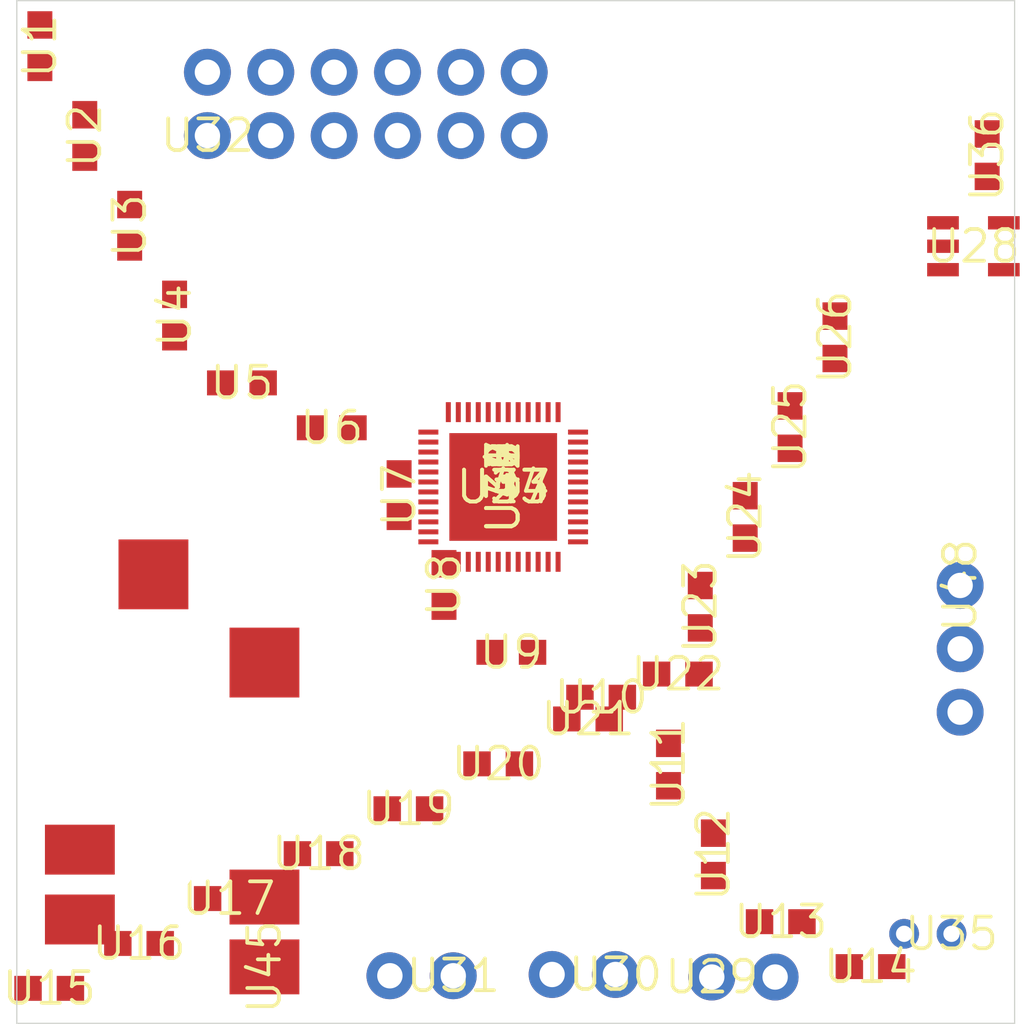
<source format=kicad_pcb>
 ( kicad_pcb  ( version 20171130 )
 ( host pcbnew "(5.1.4-0-10_14)" )
 ( general  ( thickness 1.6 )
 ( drawings 4 )
 ( tracks 0 )
 ( zones 0 )
 ( modules 48 )
 ( nets 55 )
)
 ( page A4 )
 ( layers  ( 0 Top signal )
 ( 31 Bottom signal )
 ( 32 B.Adhes user )
 ( 33 F.Adhes user )
 ( 34 B.Paste user )
 ( 35 F.Paste user )
 ( 36 B.SilkS user )
 ( 37 F.SilkS user )
 ( 38 B.Mask user )
 ( 39 F.Mask user )
 ( 40 Dwgs.User user )
 ( 41 Cmts.User user )
 ( 42 Eco1.User user )
 ( 43 Eco2.User user )
 ( 44 Edge.Cuts user )
 ( 45 Margin user )
 ( 46 B.CrtYd user )
 ( 47 F.CrtYd user )
 ( 48 B.Fab user )
 ( 49 F.Fab user )
)
 ( setup  ( last_trace_width 0.2 )
 ( trace_clearance 0.127 )
 ( zone_clearance 0.508 )
 ( zone_45_only no )
 ( trace_min 0.2 )
 ( via_size 0.554 )
 ( via_drill 0.3 )
 ( via_min_size 0.4 )
 ( via_min_drill 0.3 )
 ( uvia_size 0.3 )
 ( uvia_drill 0.1 )
 ( uvias_allowed yes )
 ( uvia_min_size 0.2 )
 ( uvia_min_drill 0.1 )
 ( edge_width 0.05 )
 ( segment_width 0.2 )
 ( pcb_text_width 0.3 )
 ( pcb_text_size 1.5 1.5 )
 ( mod_edge_width 0.12 )
 ( mod_text_size 1 1 )
 ( mod_text_width 0.15 )
 ( pad_size 1.524 1.524 )
 ( pad_drill 0.762 )
 ( pad_to_mask_clearance 0.051 )
 ( solder_mask_min_width 0.25 )
 ( aux_axis_origin 0 0 )
 ( visible_elements 7FFFFFFF )
 ( pcbplotparams  ( layerselection 0x010fc_ffffffff )
 ( usegerberextensions false )
 ( usegerberattributes false )
 ( usegerberadvancedattributes false )
 ( creategerberjobfile false )
 ( excludeedgelayer true )
 ( linewidth 0.100000 )
 ( plotframeref false )
 ( viasonmask false )
 ( mode 1 )
 ( useauxorigin false )
 ( hpglpennumber 1 )
 ( hpglpenspeed 20 )
 ( hpglpendiameter 15.000000 )
 ( psnegative false )
 ( psa4output false )
 ( plotreference true )
 ( plotvalue true )
 ( plotinvisibletext false )
 ( padsonsilk false )
 ( subtractmaskfromsilk false )
 ( outputformat 1 )
 ( mirror false )
 ( drillshape 1 )
 ( scaleselection 1 )
 ( outputdirectory "" )
)
)
 ( net 0 "" )
 ( net 1 GND )
 ( net 2 3.3V )
 ( net 3 5V )
 ( net 4 /SPKVDD )
 ( net 5 /SPOLN )
 ( net 6 "Net-(C20-Pad2)" )
 ( net 7 /SPORP )
 ( net 8 /SPORN )
 ( net 9 "Net-(IC1-Pad42)" )
 ( net 10 /XAUDIO_IRQ )
 ( net 11 /XAUDIO_SDA )
 ( net 12 /XADUIO_SCL )
 ( net 13 /XAUDIO_I2S0_MCLK )
 ( net 14 /XADUIO_I2S0_BCLK )
 ( net 15 /XADUIO_I2S0_LRCKL )
 ( net 16 /XAUDIO_I2S0_DIN )
 ( net 17 /XAUDIO_I2S0_DOUT )
 ( net 18 "Net-(IC1-Pad33)" )
 ( net 19 "Net-(IC1-Pad32)" )
 ( net 20 "Net-(IC1-Pad31)" )
 ( net 21 "Net-(IC1-Pad30)" )
 ( net 22 /3.3VDD )
 ( net 23 "Net-(C22-Pad2)" )
 ( net 24 "Net-(C14-Pad1)" )
 ( net 25 "Net-(C16-Pad2)" )
 ( net 26 "Net-(C16-Pad1)" )
 ( net 27 "Net-(C15-Pad1)" )
 ( net 28 "Net-(C15-Pad2)" )
 ( net 29 /1.8VDD )
 ( net 30 "Net-(C2-Pad1)" )
 ( net 31 /HPOR )
 ( net 32 /HPOL )
 ( net 33 /CPVREF )
 ( net 34 "Net-(C17-Pad2)" )
 ( net 35 /LOUTR )
 ( net 36 /LOUTL )
 ( net 37 "Net-(C24-Pad2)" )
 ( net 38 "Net-(C19-Pad2)" )
 ( net 39 "Net-(C18-Pad2)" )
 ( net 40 "Net-(C6-Pad2)" )
 ( net 41 /IN1P )
 ( net 42 "Net-(C21-Pad2)" )
 ( net 43 /MICBIAS1 )
 ( net 44 /SPOLP )
 ( net 45 /IN2P )
 ( net 46 "Net-(U1-Pad6)" )
 ( net 47 "Net-(R10-Pad2)" )
 ( net 48 "Net-(C8-Pad2)" )
 ( net 49 "Net-(C7-Pad2)" )
 ( net 50 "Net-(J4-Pad9)" )
 ( net 51 "Net-(C7-Pad1)" )
 ( net 52 "Net-(C8-Pad1)" )
 ( net 53 "Net-(IC2-Pad5)" )
 ( net 54 "Net-(IC2-Pad3)" )
 ( net_class Default "This is the default net class."  ( clearance 0.127 )
 ( trace_width 0.2 )
 ( via_dia 0.554 )
 ( via_drill 0.3 )
 ( uvia_dia 0.3 )
 ( uvia_drill 0.1 )
 ( add_net /1.8VDD )
 ( add_net /CPVREF )
 ( add_net /HPOL )
 ( add_net /HPOR )
 ( add_net /IN1P )
 ( add_net /IN2P )
 ( add_net /LOUTL )
 ( add_net /LOUTR )
 ( add_net /MICBIAS1 )
 ( add_net /SPKVDD )
 ( add_net /SPOLN )
 ( add_net /SPOLP )
 ( add_net /SPORN )
 ( add_net /SPORP )
 ( add_net /XADUIO_I2S0_BCLK )
 ( add_net /XADUIO_I2S0_LRCKL )
 ( add_net /XADUIO_SCL )
 ( add_net /XAUDIO_I2S0_DIN )
 ( add_net /XAUDIO_I2S0_DOUT )
 ( add_net /XAUDIO_I2S0_MCLK )
 ( add_net /XAUDIO_IRQ )
 ( add_net /XAUDIO_SDA )
 ( add_net GND )
 ( add_net "Net-(C14-Pad1)" )
 ( add_net "Net-(C15-Pad1)" )
 ( add_net "Net-(C15-Pad2)" )
 ( add_net "Net-(C16-Pad1)" )
 ( add_net "Net-(C16-Pad2)" )
 ( add_net "Net-(C17-Pad2)" )
 ( add_net "Net-(C18-Pad2)" )
 ( add_net "Net-(C19-Pad2)" )
 ( add_net "Net-(C2-Pad1)" )
 ( add_net "Net-(C20-Pad2)" )
 ( add_net "Net-(C21-Pad2)" )
 ( add_net "Net-(C22-Pad2)" )
 ( add_net "Net-(C24-Pad2)" )
 ( add_net "Net-(C6-Pad2)" )
 ( add_net "Net-(C7-Pad1)" )
 ( add_net "Net-(C7-Pad2)" )
 ( add_net "Net-(C8-Pad1)" )
 ( add_net "Net-(C8-Pad2)" )
 ( add_net "Net-(IC1-Pad30)" )
 ( add_net "Net-(IC1-Pad31)" )
 ( add_net "Net-(IC1-Pad32)" )
 ( add_net "Net-(IC1-Pad33)" )
 ( add_net "Net-(IC1-Pad42)" )
 ( add_net "Net-(IC2-Pad3)" )
 ( add_net "Net-(IC2-Pad5)" )
 ( add_net "Net-(J4-Pad9)" )
 ( add_net "Net-(R10-Pad2)" )
 ( add_net "Net-(U1-Pad6)" )
)
 ( net_class Power ""  ( clearance 0.127 )
 ( trace_width 0.4064 )
 ( via_dia 0.554 )
 ( via_drill 0.3 )
 ( uvia_dia 0.3 )
 ( uvia_drill 0.1 )
 ( add_net /3.3VDD )
 ( add_net 3.3V )
 ( add_net 5V )
)
 ( module audioCodec:1X03 locked  ( layer Top )
 ( tedit 5DCE0BB7 )
 ( tstamp 5DC8CA2A )
 ( at 166.317600 110.488400 270.000000 )
 ( descr "<h3>Plated Through Hole - 3 Pin</h3>\n<p>Specifications:\n<ul><li>Pin count:3</li>\n<li>Pin pitch:0.1\"</li>\n</ul></p>\n<p>Example device(s):\n<ul><li>CONN_03</li>\n</ul></p>" )
 ( path /DE6A6B17 )
 ( fp_text reference U48  ( at -2.54 0 270 )
 ( layer F.SilkS )
 ( effects  ( font  ( size 1.27 1.27 )
 ( thickness 0.15 )
)
)
)
 ( fp_text value ""  ( at -2.54 0 270 )
 ( layer F.SilkS )
 ( effects  ( font  ( size 1.27 1.27 )
 ( thickness 0.15 )
)
)
)
 ( fp_poly  ( pts  ( xy -3.94 -1.4 )
 ( xy 3.96 -1.4 )
 ( xy 3.96 1.4 )
 ( xy -3.94 1.4 )
)
 ( layer F.CrtYd )
 ( width 0.1 )
)
 ( fp_poly  ( pts  ( xy -3.94 -1.4 )
 ( xy 3.96 -1.4 )
 ( xy 3.96 1.4 )
 ( xy -3.94 1.4 )
)
 ( layer B.CrtYd )
 ( width 0.1 )
)
 ( pad 3 thru_hole circle  ( at 2.54 0 )
 ( size 1.8796 1.8796 )
 ( drill 1.016 )
 ( layers *.Cu *.Mask )
 ( net 45 /IN2P )
 ( solder_mask_margin 0.0635 )
)
 ( pad 2 thru_hole circle  ( at 0 0 )
 ( size 1.8796 1.8796 )
 ( drill 1.016 )
 ( layers *.Cu *.Mask )
 ( net 1 GND )
 ( solder_mask_margin 0.0635 )
)
 ( pad 1 thru_hole circle  ( at -2.54 0 )
 ( size 1.8796 1.8796 )
 ( drill 1.016 )
 ( layers *.Cu *.Mask )
 ( net 22 /3.3VDD )
 ( solder_mask_margin 0.0635 )
)
)
 ( module audioCodec:SJ-43514-SMT-TR locked  ( layer Top )
 ( tedit 5DCE1AC1 )
 ( tstamp 5DC8C9F1 )
 ( at 134.618400 115.619200 90.000000 )
 ( descr "<b>SJ-43514-SMT-TR</b><br>\n" )
 ( path /94FABF20 )
 ( fp_text reference U45  ( at -7.62 3.81 90 )
 ( layer F.SilkS )
 ( effects  ( font  ( size 1.27 1.27 )
 ( thickness 0.15 )
)
)
)
 ( fp_text value ""  ( at -7.62 3.81 90 )
 ( layer F.SilkS )
 ( effects  ( font  ( size 1.27 1.27 )
 ( thickness 0.15 )
)
)
)
 ( fp_poly  ( pts  ( xy -9.82 -4.19 )
 ( xy 7.38 -4.19 )
 ( xy 7.38 3.91 )
 ( xy -9.82 3.91 )
)
 ( layer F.CrtYd )
 ( width 0.1 )
)
 ( pad "" np_thru_hole circle  ( at -3.72 0.11 90 )
 ( size 1.7 1.7 )
 ( drill 1.7 )
 ( layers *.Cu *.Mask )
)
 ( pad "" np_thru_hole circle  ( at 3.28 0.11 90 )
 ( size 1.7 1.7 )
 ( drill 1.7 )
 ( layers *.Cu *.Mask )
)
 ( pad 6 smd rect  ( at -5.72 -3.59 180.000000 )
 ( size 2.8 2 )
 ( layers Top F.Mask F.Paste )
 ( net 46 "Net-(U1-Pad6)" )
 ( solder_mask_margin 0.0635 )
)
 ( pad 5 smd rect  ( at 8.115 -0.64 90.000000 )
 ( size 2.8 2.8 )
 ( layers Top F.Mask F.Paste )
 ( net 47 "Net-(R10-Pad2)" )
 ( solder_mask_margin 0.0635 )
)
 ( pad 4 smd rect  ( at -4.82 3.81 180.000000 )
 ( size 2.8 2.2 )
 ( layers Top F.Mask F.Paste )
 ( net 1 GND )
 ( solder_mask_margin 0.0635 )
)
 ( pad 3 smd rect  ( at -2.92 -3.59 180.000000 )
 ( size 2.8 2 )
 ( layers Top F.Mask F.Paste )
 ( net 31 /HPOR )
 ( solder_mask_margin 0.0635 )
)
 ( pad 2 smd rect  ( at 4.58 3.81 90.000000 )
 ( size 2.8 2.8 )
 ( layers Top F.Mask F.Paste )
 ( net 32 /HPOL )
 ( solder_mask_margin 0.0635 )
)
 ( pad 1 smd rect  ( at -7.62 3.81 180.000000 )
 ( size 2.8 2.2 )
 ( layers Top F.Mask F.Paste )
 ( net 41 /IN1P )
 ( solder_mask_margin 0.0635 )
)
)
 ( module audioCodec:1X02 locked  ( layer Top )
 ( tedit 5DCE1F6D )
 ( tstamp 5DC8C8DF )
 ( at 144.727600 123.594800 180.000000 )
 ( descr "<h3>Plated Through Hole</h3>\n<p>Specifications:\n<ul><li>Pin count:2</li>\n<li>Pin pitch:0.1\"</li>\n</ul></p>\n<p>Example device(s):\n<ul><li>CONN_02</li>\n</ul></p>" )
 ( path /B665FDA9 )
 ( fp_text reference U31  ( at -1.27 0 180 )
 ( layer F.SilkS )
 ( effects  ( font  ( size 1.27 1.27 )
 ( thickness 0.15 )
)
)
)
 ( fp_text value ""  ( at -1.27 0 180 )
 ( layer F.SilkS )
 ( effects  ( font  ( size 1.27 1.27 )
 ( thickness 0.15 )
)
)
)
 ( fp_poly  ( pts  ( xy -2.77 -1.2 )
 ( xy 2.63 -1.2 )
 ( xy 2.63 1.3 )
 ( xy -2.77 1.3 )
)
 ( layer B.CrtYd )
 ( width 0.1 )
)
 ( fp_poly  ( pts  ( xy -2.77 -1.2 )
 ( xy 2.63 -1.2 )
 ( xy 2.63 1.3 )
 ( xy -2.77 1.3 )
)
 ( layer F.CrtYd )
 ( width 0.1 )
)
 ( pad 2 thru_hole circle  ( at 1.27 0 270.000000 )
 ( size 1.8796 1.8796 )
 ( drill 1.016 )
 ( layers *.Cu *.Mask )
 ( net 8 /SPORN )
 ( solder_mask_margin 0.0635 )
)
 ( pad 1 thru_hole circle  ( at -1.27 0 270.000000 )
 ( size 1.8796 1.8796 )
 ( drill 1.016 )
 ( layers *.Cu *.Mask )
 ( net 7 /SPORP )
 ( solder_mask_margin 0.0635 )
)
)
 ( module audioCodec:1X02 locked  ( layer Top )
 ( tedit 5DCE1F6D )
 ( tstamp 5DC8C8CA )
 ( at 151.230000 123.544000 180.000000 )
 ( descr "<h3>Plated Through Hole</h3>\n<p>Specifications:\n<ul><li>Pin count:2</li>\n<li>Pin pitch:0.1\"</li>\n</ul></p>\n<p>Example device(s):\n<ul><li>CONN_02</li>\n</ul></p>" )
 ( path /C3E76336 )
 ( fp_text reference U30  ( at -1.27 0 180 )
 ( layer F.SilkS )
 ( effects  ( font  ( size 1.27 1.27 )
 ( thickness 0.15 )
)
)
)
 ( fp_text value ""  ( at -1.27 0 180 )
 ( layer F.SilkS )
 ( effects  ( font  ( size 1.27 1.27 )
 ( thickness 0.15 )
)
)
)
 ( fp_poly  ( pts  ( xy -2.77 -1.2 )
 ( xy 2.63 -1.2 )
 ( xy 2.63 1.3 )
 ( xy -2.77 1.3 )
)
 ( layer B.CrtYd )
 ( width 0.1 )
)
 ( fp_poly  ( pts  ( xy -2.77 -1.2 )
 ( xy 2.63 -1.2 )
 ( xy 2.63 1.3 )
 ( xy -2.77 1.3 )
)
 ( layer F.CrtYd )
 ( width 0.1 )
)
 ( pad 2 thru_hole circle  ( at 1.27 0 270.000000 )
 ( size 1.8796 1.8796 )
 ( drill 1.016 )
 ( layers *.Cu *.Mask )
 ( net 5 /SPOLN )
 ( solder_mask_margin 0.0635 )
)
 ( pad 1 thru_hole circle  ( at -1.27 0 270.000000 )
 ( size 1.8796 1.8796 )
 ( drill 1.016 )
 ( layers *.Cu *.Mask )
 ( net 44 /SPOLP )
 ( solder_mask_margin 0.0635 )
)
)
 ( module audioCodec:1X02 locked  ( layer Top )
 ( tedit 5DCE1F6D )
 ( tstamp 5DC8C8B5 )
 ( at 157.630800 123.645600 )
 ( descr "<h3>Plated Through Hole</h3>\n<p>Specifications:\n<ul><li>Pin count:2</li>\n<li>Pin pitch:0.1\"</li>\n</ul></p>\n<p>Example device(s):\n<ul><li>CONN_02</li>\n</ul></p>" )
 ( path /449C7C68 )
 ( fp_text reference U29  ( at -1.27 0 )
 ( layer F.SilkS )
 ( effects  ( font  ( size 1.27 1.27 )
 ( thickness 0.15 )
)
)
)
 ( fp_text value ""  ( at -1.27 0 )
 ( layer F.SilkS )
 ( effects  ( font  ( size 1.27 1.27 )
 ( thickness 0.15 )
)
)
)
 ( fp_poly  ( pts  ( xy -2.77 -1.2 )
 ( xy 2.63 -1.2 )
 ( xy 2.63 1.3 )
 ( xy -2.77 1.3 )
)
 ( layer B.CrtYd )
 ( width 0.1 )
)
 ( fp_poly  ( pts  ( xy -2.77 -1.2 )
 ( xy 2.63 -1.2 )
 ( xy 2.63 1.3 )
 ( xy -2.77 1.3 )
)
 ( layer F.CrtYd )
 ( width 0.1 )
)
 ( pad 2 thru_hole circle  ( at 1.27 0 90.000000 )
 ( size 1.8796 1.8796 )
 ( drill 1.016 )
 ( layers *.Cu *.Mask )
 ( net 48 "Net-(C8-Pad2)" )
 ( solder_mask_margin 0.0635 )
)
 ( pad 1 thru_hole circle  ( at -1.27 0 90.000000 )
 ( size 1.8796 1.8796 )
 ( drill 1.016 )
 ( layers *.Cu *.Mask )
 ( net 49 "Net-(C7-Pad2)" )
 ( solder_mask_margin 0.0635 )
)
)
 ( module audioCodec:2X6 locked  ( layer Top )
 ( tedit 5DCE0C42 )
 ( tstamp 5DC8C8F4 )
 ( at 142.492400 88.644400 )
 ( descr "<h3>Plated Through Hole - 2x6</h3>\n<p>Specifications:\n<ul><li>Pin count:12</li>\n<li>Pin pitch:0.1\"</li>\n</ul></p>\n<p>Example device(s):\n<ul><li>CONN_06x2</li>\n</ul></p>" )
 ( path /CFA44F03 )
 ( fp_text reference U32  ( at -6.35 1.27 )
 ( layer F.SilkS )
 ( effects  ( font  ( size 1.27 1.27 )
 ( thickness 0.15 )
)
)
)
 ( fp_text value ""  ( at -6.35 1.27 )
 ( layer F.SilkS )
 ( effects  ( font  ( size 1.27 1.27 )
 ( thickness 0.15 )
)
)
)
 ( fp_poly  ( pts  ( xy -7.85 -2.73 )
 ( xy 7.75 -2.73 )
 ( xy 7.75 2.67 )
 ( xy -7.85 2.67 )
)
 ( layer B.CrtYd )
 ( width 0.1 )
)
 ( fp_poly  ( pts  ( xy -7.85 -2.73 )
 ( xy 7.75 -2.73 )
 ( xy 7.75 2.67 )
 ( xy -7.85 2.67 )
)
 ( layer F.CrtYd )
 ( width 0.1 )
)
 ( pad 12 thru_hole circle  ( at 6.35 -1.27 )
 ( size 1.8796 1.8796 )
 ( drill 1.016 )
 ( layers *.Cu *.Mask )
 ( net 3 5V )
 ( solder_mask_margin 0.0635 )
)
 ( pad 11 thru_hole circle  ( at 6.35 1.27 )
 ( size 1.8796 1.8796 )
 ( drill 1.016 )
 ( layers *.Cu *.Mask )
 ( net 1 GND )
 ( solder_mask_margin 0.0635 )
)
 ( pad 10 thru_hole circle  ( at 3.81 -1.27 )
 ( size 1.8796 1.8796 )
 ( drill 1.016 )
 ( layers *.Cu *.Mask )
 ( net 10 /XAUDIO_IRQ )
 ( solder_mask_margin 0.0635 )
)
 ( pad 9 thru_hole circle  ( at 3.81 1.27 )
 ( size 1.8796 1.8796 )
 ( drill 1.016 )
 ( layers *.Cu *.Mask )
 ( net 50 "Net-(J4-Pad9)" )
 ( solder_mask_margin 0.0635 )
)
 ( pad 8 thru_hole circle  ( at 1.27 -1.27 )
 ( size 1.8796 1.8796 )
 ( drill 1.016 )
 ( layers *.Cu *.Mask )
 ( net 11 /XAUDIO_SDA )
 ( solder_mask_margin 0.0635 )
)
 ( pad 7 thru_hole circle  ( at 1.27 1.27 )
 ( size 1.8796 1.8796 )
 ( drill 1.016 )
 ( layers *.Cu *.Mask )
 ( net 12 /XADUIO_SCL )
 ( solder_mask_margin 0.0635 )
)
 ( pad 6 thru_hole circle  ( at -1.27 -1.27 )
 ( size 1.8796 1.8796 )
 ( drill 1.016 )
 ( layers *.Cu *.Mask )
 ( net 13 /XAUDIO_I2S0_MCLK )
 ( solder_mask_margin 0.0635 )
)
 ( pad 5 thru_hole circle  ( at -1.27 1.27 )
 ( size 1.8796 1.8796 )
 ( drill 1.016 )
 ( layers *.Cu *.Mask )
 ( net 14 /XADUIO_I2S0_BCLK )
 ( solder_mask_margin 0.0635 )
)
 ( pad 4 thru_hole circle  ( at -3.81 -1.27 )
 ( size 1.8796 1.8796 )
 ( drill 1.016 )
 ( layers *.Cu *.Mask )
 ( net 16 /XAUDIO_I2S0_DIN )
 ( solder_mask_margin 0.0635 )
)
 ( pad 3 thru_hole circle  ( at -3.81 1.27 )
 ( size 1.8796 1.8796 )
 ( drill 1.016 )
 ( layers *.Cu *.Mask )
 ( net 17 /XAUDIO_I2S0_DOUT )
 ( solder_mask_margin 0.0635 )
)
 ( pad 2 thru_hole circle  ( at -6.35 -1.27 )
 ( size 1.8796 1.8796 )
 ( drill 1.016 )
 ( layers *.Cu *.Mask )
 ( net 2 3.3V )
 ( solder_mask_margin 0.0635 )
)
 ( pad 1 thru_hole circle  ( at -6.35 1.27 )
 ( size 1.8796 1.8796 )
 ( drill 1.016 )
 ( layers *.Cu *.Mask )
 ( net 15 /XADUIO_I2S0_LRCKL )
 ( solder_mask_margin 0.0635 )
)
)
 ( module audioCodec:0603  ( layer Top )
 ( tedit 5DCE0E90 )
 ( tstamp 5DC8C6E8 )
 ( at 129.426100 86.328600 270.000000 )
 ( descr "<p><b>Generic 1608 (0603) package</b></p>\n<p>0.2mm courtyard excess rounded to nearest 0.05mm.</p>" )
 ( path /5D5D4D2F )
 ( fp_text reference U1  ( at 0 0 270 )
 ( layer F.SilkS )
 ( effects  ( font  ( size 1.27 1.27 )
 ( thickness 0.15 )
)
)
)
 ( fp_text value ""  ( at 0 0 270 )
 ( layer F.SilkS )
 ( effects  ( font  ( size 1.27 1.27 )
 ( thickness 0.15 )
)
)
)
 ( fp_poly  ( pts  ( xy -1.6 -0.7 )
 ( xy 1.6 -0.7 )
 ( xy 1.6 0.7 )
 ( xy -1.6 0.7 )
)
 ( layer F.CrtYd )
 ( width 0.1 )
)
 ( pad 2 smd rect  ( at 0.85 0 270.000000 )
 ( size 1.1 1 )
 ( layers Top F.Mask F.Paste )
 ( net 3 5V )
 ( solder_mask_margin 0.0635 )
)
 ( pad 1 smd rect  ( at -0.85 0 270.000000 )
 ( size 1.1 1 )
 ( layers Top F.Mask F.Paste )
 ( net 1 GND )
 ( solder_mask_margin 0.0635 )
)
)
 ( module audioCodec:0603  ( layer Top )
 ( tedit 5DCE0E90 )
 ( tstamp 5DC8C6F6 )
 ( at 131.226100 89.928600 90.000000 )
 ( descr "<p><b>Generic 1608 (0603) package</b></p>\n<p>0.2mm courtyard excess rounded to nearest 0.05mm.</p>" )
 ( path /D15AE8CB )
 ( fp_text reference U2  ( at 0 0 90 )
 ( layer F.SilkS )
 ( effects  ( font  ( size 1.27 1.27 )
 ( thickness 0.15 )
)
)
)
 ( fp_text value ""  ( at 0 0 90 )
 ( layer F.SilkS )
 ( effects  ( font  ( size 1.27 1.27 )
 ( thickness 0.15 )
)
)
)
 ( fp_poly  ( pts  ( xy -1.6 -0.7 )
 ( xy 1.6 -0.7 )
 ( xy 1.6 0.7 )
 ( xy -1.6 0.7 )
)
 ( layer F.CrtYd )
 ( width 0.1 )
)
 ( pad 2 smd rect  ( at 0.85 0 90.000000 )
 ( size 1.1 1 )
 ( layers Top F.Mask F.Paste )
 ( net 1 GND )
 ( solder_mask_margin 0.0635 )
)
 ( pad 1 smd rect  ( at -0.85 0 90.000000 )
 ( size 1.1 1 )
 ( layers Top F.Mask F.Paste )
 ( net 44 /SPOLP )
 ( solder_mask_margin 0.0635 )
)
)
 ( module audioCodec:0603  ( layer Top )
 ( tedit 5DCE0E90 )
 ( tstamp 5DC8C704 )
 ( at 133.026100 93.528600 90.000000 )
 ( descr "<p><b>Generic 1608 (0603) package</b></p>\n<p>0.2mm courtyard excess rounded to nearest 0.05mm.</p>" )
 ( path /EB363DE9 )
 ( fp_text reference U3  ( at 0 0 90 )
 ( layer F.SilkS )
 ( effects  ( font  ( size 1.27 1.27 )
 ( thickness 0.15 )
)
)
)
 ( fp_text value ""  ( at 0 0 90 )
 ( layer F.SilkS )
 ( effects  ( font  ( size 1.27 1.27 )
 ( thickness 0.15 )
)
)
)
 ( fp_poly  ( pts  ( xy -1.6 -0.7 )
 ( xy 1.6 -0.7 )
 ( xy 1.6 0.7 )
 ( xy -1.6 0.7 )
)
 ( layer F.CrtYd )
 ( width 0.1 )
)
 ( pad 2 smd rect  ( at 0.85 0 90.000000 )
 ( size 1.1 1 )
 ( layers Top F.Mask F.Paste )
 ( net 1 GND )
 ( solder_mask_margin 0.0635 )
)
 ( pad 1 smd rect  ( at -0.85 0 90.000000 )
 ( size 1.1 1 )
 ( layers Top F.Mask F.Paste )
 ( net 8 /SPORN )
 ( solder_mask_margin 0.0635 )
)
)
 ( module audioCodec:0603  ( layer Top )
 ( tedit 5DCE0E90 )
 ( tstamp 5DC8C712 )
 ( at 134.826100 97.128600 90.000000 )
 ( descr "<p><b>Generic 1608 (0603) package</b></p>\n<p>0.2mm courtyard excess rounded to nearest 0.05mm.</p>" )
 ( path /FEEF966F )
 ( fp_text reference U4  ( at 0 0 90 )
 ( layer F.SilkS )
 ( effects  ( font  ( size 1.27 1.27 )
 ( thickness 0.15 )
)
)
)
 ( fp_text value ""  ( at 0 0 90 )
 ( layer F.SilkS )
 ( effects  ( font  ( size 1.27 1.27 )
 ( thickness 0.15 )
)
)
)
 ( fp_poly  ( pts  ( xy -1.6 -0.7 )
 ( xy 1.6 -0.7 )
 ( xy 1.6 0.7 )
 ( xy -1.6 0.7 )
)
 ( layer F.CrtYd )
 ( width 0.1 )
)
 ( pad 2 smd rect  ( at 0.85 0 90.000000 )
 ( size 1.1 1 )
 ( layers Top F.Mask F.Paste )
 ( net 1 GND )
 ( solder_mask_margin 0.0635 )
)
 ( pad 1 smd rect  ( at -0.85 0 90.000000 )
 ( size 1.1 1 )
 ( layers Top F.Mask F.Paste )
 ( net 7 /SPORP )
 ( solder_mask_margin 0.0635 )
)
)
 ( module audioCodec:0603  ( layer Top )
 ( tedit 5DCE0E90 )
 ( tstamp 5DC8C720 )
 ( at 137.526100 99.828600 180.000000 )
 ( descr "<p><b>Generic 1608 (0603) package</b></p>\n<p>0.2mm courtyard excess rounded to nearest 0.05mm.</p>" )
 ( path /DDD5A22D )
 ( fp_text reference U5  ( at 0 0 180 )
 ( layer F.SilkS )
 ( effects  ( font  ( size 1.27 1.27 )
 ( thickness 0.15 )
)
)
)
 ( fp_text value ""  ( at 0 0 180 )
 ( layer F.SilkS )
 ( effects  ( font  ( size 1.27 1.27 )
 ( thickness 0.15 )
)
)
)
 ( fp_poly  ( pts  ( xy -1.6 -0.7 )
 ( xy 1.6 -0.7 )
 ( xy 1.6 0.7 )
 ( xy -1.6 0.7 )
)
 ( layer F.CrtYd )
 ( width 0.1 )
)
 ( pad 2 smd rect  ( at 0.85 0 180.000000 )
 ( size 1.1 1 )
 ( layers Top F.Mask F.Paste )
 ( net 1 GND )
 ( solder_mask_margin 0.0635 )
)
 ( pad 1 smd rect  ( at -0.85 0 180.000000 )
 ( size 1.1 1 )
 ( layers Top F.Mask F.Paste )
 ( net 24 "Net-(C14-Pad1)" )
 ( solder_mask_margin 0.0635 )
)
)
 ( module audioCodec:0603  ( layer Top )
 ( tedit 5DCE0E90 )
 ( tstamp 5DC8C72E )
 ( at 141.126100 101.628600 )
 ( descr "<p><b>Generic 1608 (0603) package</b></p>\n<p>0.2mm courtyard excess rounded to nearest 0.05mm.</p>" )
 ( path /0E2BA473 )
 ( fp_text reference U6  ( at 0 0 )
 ( layer F.SilkS )
 ( effects  ( font  ( size 1.27 1.27 )
 ( thickness 0.15 )
)
)
)
 ( fp_text value ""  ( at 0 0 )
 ( layer F.SilkS )
 ( effects  ( font  ( size 1.27 1.27 )
 ( thickness 0.15 )
)
)
)
 ( fp_poly  ( pts  ( xy -1.6 -0.7 )
 ( xy 1.6 -0.7 )
 ( xy 1.6 0.7 )
 ( xy -1.6 0.7 )
)
 ( layer F.CrtYd )
 ( width 0.1 )
)
 ( pad 2 smd rect  ( at 0.85 0 )
 ( size 1.1 1 )
 ( layers Top F.Mask F.Paste )
 ( net 28 "Net-(C15-Pad2)" )
 ( solder_mask_margin 0.0635 )
)
 ( pad 1 smd rect  ( at -0.85 0 )
 ( size 1.1 1 )
 ( layers Top F.Mask F.Paste )
 ( net 27 "Net-(C15-Pad1)" )
 ( solder_mask_margin 0.0635 )
)
)
 ( module audioCodec:0603  ( layer Top )
 ( tedit 5DCE0E90 )
 ( tstamp 5DC8C73C )
 ( at 143.826100 104.328600 270.000000 )
 ( descr "<p><b>Generic 1608 (0603) package</b></p>\n<p>0.2mm courtyard excess rounded to nearest 0.05mm.</p>" )
 ( path /95990F93 )
 ( fp_text reference U7  ( at 0 0 270 )
 ( layer F.SilkS )
 ( effects  ( font  ( size 1.27 1.27 )
 ( thickness 0.15 )
)
)
)
 ( fp_text value ""  ( at 0 0 270 )
 ( layer F.SilkS )
 ( effects  ( font  ( size 1.27 1.27 )
 ( thickness 0.15 )
)
)
)
 ( fp_poly  ( pts  ( xy -1.6 -0.7 )
 ( xy 1.6 -0.7 )
 ( xy 1.6 0.7 )
 ( xy -1.6 0.7 )
)
 ( layer F.CrtYd )
 ( width 0.1 )
)
 ( pad 2 smd rect  ( at 0.85 0 270.000000 )
 ( size 1.1 1 )
 ( layers Top F.Mask F.Paste )
 ( net 25 "Net-(C16-Pad2)" )
 ( solder_mask_margin 0.0635 )
)
 ( pad 1 smd rect  ( at -0.85 0 270.000000 )
 ( size 1.1 1 )
 ( layers Top F.Mask F.Paste )
 ( net 26 "Net-(C16-Pad1)" )
 ( solder_mask_margin 0.0635 )
)
)
 ( module audioCodec:0603  ( layer Top )
 ( tedit 5DCE0E90 )
 ( tstamp 5DC8C74A )
 ( at 145.626100 107.928600 270.000000 )
 ( descr "<p><b>Generic 1608 (0603) package</b></p>\n<p>0.2mm courtyard excess rounded to nearest 0.05mm.</p>" )
 ( path /B7EEE3FC )
 ( fp_text reference U8  ( at 0 0 270 )
 ( layer F.SilkS )
 ( effects  ( font  ( size 1.27 1.27 )
 ( thickness 0.15 )
)
)
)
 ( fp_text value ""  ( at 0 0 270 )
 ( layer F.SilkS )
 ( effects  ( font  ( size 1.27 1.27 )
 ( thickness 0.15 )
)
)
)
 ( fp_poly  ( pts  ( xy -1.6 -0.7 )
 ( xy 1.6 -0.7 )
 ( xy 1.6 0.7 )
 ( xy -1.6 0.7 )
)
 ( layer F.CrtYd )
 ( width 0.1 )
)
 ( pad 2 smd rect  ( at 0.85 0 270.000000 )
 ( size 1.1 1 )
 ( layers Top F.Mask F.Paste )
 ( net 34 "Net-(C17-Pad2)" )
 ( solder_mask_margin 0.0635 )
)
 ( pad 1 smd rect  ( at -0.85 0 270.000000 )
 ( size 1.1 1 )
 ( layers Top F.Mask F.Paste )
 ( net 1 GND )
 ( solder_mask_margin 0.0635 )
)
)
 ( module audioCodec:0603  ( layer Top )
 ( tedit 5DCE0E90 )
 ( tstamp 5DC8C758 )
 ( at 148.326100 110.628600 180.000000 )
 ( descr "<p><b>Generic 1608 (0603) package</b></p>\n<p>0.2mm courtyard excess rounded to nearest 0.05mm.</p>" )
 ( path /6C5089DC )
 ( fp_text reference U9  ( at 0 0 180 )
 ( layer F.SilkS )
 ( effects  ( font  ( size 1.27 1.27 )
 ( thickness 0.15 )
)
)
)
 ( fp_text value ""  ( at 0 0 180 )
 ( layer F.SilkS )
 ( effects  ( font  ( size 1.27 1.27 )
 ( thickness 0.15 )
)
)
)
 ( fp_poly  ( pts  ( xy -1.6 -0.7 )
 ( xy 1.6 -0.7 )
 ( xy 1.6 0.7 )
 ( xy -1.6 0.7 )
)
 ( layer F.CrtYd )
 ( width 0.1 )
)
 ( pad 2 smd rect  ( at 0.85 0 180.000000 )
 ( size 1.1 1 )
 ( layers Top F.Mask F.Paste )
 ( net 39 "Net-(C18-Pad2)" )
 ( solder_mask_margin 0.0635 )
)
 ( pad 1 smd rect  ( at -0.85 0 180.000000 )
 ( size 1.1 1 )
 ( layers Top F.Mask F.Paste )
 ( net 1 GND )
 ( solder_mask_margin 0.0635 )
)
)
 ( module audioCodec:0603  ( layer Top )
 ( tedit 5DCE0E90 )
 ( tstamp 5DC8C766 )
 ( at 151.926100 112.428600 180.000000 )
 ( descr "<p><b>Generic 1608 (0603) package</b></p>\n<p>0.2mm courtyard excess rounded to nearest 0.05mm.</p>" )
 ( path /C70CFC49 )
 ( fp_text reference U10  ( at 0 0 180 )
 ( layer F.SilkS )
 ( effects  ( font  ( size 1.27 1.27 )
 ( thickness 0.15 )
)
)
)
 ( fp_text value ""  ( at 0 0 180 )
 ( layer F.SilkS )
 ( effects  ( font  ( size 1.27 1.27 )
 ( thickness 0.15 )
)
)
)
 ( fp_poly  ( pts  ( xy -1.6 -0.7 )
 ( xy 1.6 -0.7 )
 ( xy 1.6 0.7 )
 ( xy -1.6 0.7 )
)
 ( layer F.CrtYd )
 ( width 0.1 )
)
 ( pad 2 smd rect  ( at 0.85 0 180.000000 )
 ( size 1.1 1 )
 ( layers Top F.Mask F.Paste )
 ( net 38 "Net-(C19-Pad2)" )
 ( solder_mask_margin 0.0635 )
)
 ( pad 1 smd rect  ( at -0.85 0 180.000000 )
 ( size 1.1 1 )
 ( layers Top F.Mask F.Paste )
 ( net 1 GND )
 ( solder_mask_margin 0.0635 )
)
)
 ( module audioCodec:0603  ( layer Top )
 ( tedit 5DCE0E90 )
 ( tstamp 5DC8C774 )
 ( at 154.626100 115.128600 90.000000 )
 ( descr "<p><b>Generic 1608 (0603) package</b></p>\n<p>0.2mm courtyard excess rounded to nearest 0.05mm.</p>" )
 ( path /00AD4B43 )
 ( fp_text reference U11  ( at 0 0 90 )
 ( layer F.SilkS )
 ( effects  ( font  ( size 1.27 1.27 )
 ( thickness 0.15 )
)
)
)
 ( fp_text value ""  ( at 0 0 90 )
 ( layer F.SilkS )
 ( effects  ( font  ( size 1.27 1.27 )
 ( thickness 0.15 )
)
)
)
 ( fp_poly  ( pts  ( xy -1.6 -0.7 )
 ( xy 1.6 -0.7 )
 ( xy 1.6 0.7 )
 ( xy -1.6 0.7 )
)
 ( layer F.CrtYd )
 ( width 0.1 )
)
 ( pad 2 smd rect  ( at 0.85 0 90.000000 )
 ( size 1.1 1 )
 ( layers Top F.Mask F.Paste )
 ( net 1 GND )
 ( solder_mask_margin 0.0635 )
)
 ( pad 1 smd rect  ( at -0.85 0 90.000000 )
 ( size 1.1 1 )
 ( layers Top F.Mask F.Paste )
 ( net 30 "Net-(C2-Pad1)" )
 ( solder_mask_margin 0.0635 )
)
)
 ( module audioCodec:0603  ( layer Top )
 ( tedit 5DCE0E90 )
 ( tstamp 5DC8C782 )
 ( at 156.426100 118.728600 90.000000 )
 ( descr "<p><b>Generic 1608 (0603) package</b></p>\n<p>0.2mm courtyard excess rounded to nearest 0.05mm.</p>" )
 ( path /101F579F )
 ( fp_text reference U12  ( at 0 0 90 )
 ( layer F.SilkS )
 ( effects  ( font  ( size 1.27 1.27 )
 ( thickness 0.15 )
)
)
)
 ( fp_text value ""  ( at 0 0 90 )
 ( layer F.SilkS )
 ( effects  ( font  ( size 1.27 1.27 )
 ( thickness 0.15 )
)
)
)
 ( fp_poly  ( pts  ( xy -1.6 -0.7 )
 ( xy 1.6 -0.7 )
 ( xy 1.6 0.7 )
 ( xy -1.6 0.7 )
)
 ( layer F.CrtYd )
 ( width 0.1 )
)
 ( pad 2 smd rect  ( at 0.85 0 90.000000 )
 ( size 1.1 1 )
 ( layers Top F.Mask F.Paste )
 ( net 6 "Net-(C20-Pad2)" )
 ( solder_mask_margin 0.0635 )
)
 ( pad 1 smd rect  ( at -0.85 0 90.000000 )
 ( size 1.1 1 )
 ( layers Top F.Mask F.Paste )
 ( net 1 GND )
 ( solder_mask_margin 0.0635 )
)
)
 ( module audioCodec:0603  ( layer Top )
 ( tedit 5DCE0E90 )
 ( tstamp 5DC8C790 )
 ( at 159.126100 121.428600 180.000000 )
 ( descr "<p><b>Generic 1608 (0603) package</b></p>\n<p>0.2mm courtyard excess rounded to nearest 0.05mm.</p>" )
 ( path /E0E06E0F )
 ( fp_text reference U13  ( at 0 0 180 )
 ( layer F.SilkS )
 ( effects  ( font  ( size 1.27 1.27 )
 ( thickness 0.15 )
)
)
)
 ( fp_text value ""  ( at 0 0 180 )
 ( layer F.SilkS )
 ( effects  ( font  ( size 1.27 1.27 )
 ( thickness 0.15 )
)
)
)
 ( fp_poly  ( pts  ( xy -1.6 -0.7 )
 ( xy 1.6 -0.7 )
 ( xy 1.6 0.7 )
 ( xy -1.6 0.7 )
)
 ( layer F.CrtYd )
 ( width 0.1 )
)
 ( pad 2 smd rect  ( at 0.85 0 180.000000 )
 ( size 1.1 1 )
 ( layers Top F.Mask F.Paste )
 ( net 42 "Net-(C21-Pad2)" )
 ( solder_mask_margin 0.0635 )
)
 ( pad 1 smd rect  ( at -0.85 0 180.000000 )
 ( size 1.1 1 )
 ( layers Top F.Mask F.Paste )
 ( net 1 GND )
 ( solder_mask_margin 0.0635 )
)
)
 ( module audioCodec:0603  ( layer Top )
 ( tedit 5DCE0E90 )
 ( tstamp 5DC8C79E )
 ( at 162.726100 123.228600 )
 ( descr "<p><b>Generic 1608 (0603) package</b></p>\n<p>0.2mm courtyard excess rounded to nearest 0.05mm.</p>" )
 ( path /CDD814CC )
 ( fp_text reference U14  ( at 0 0 )
 ( layer F.SilkS )
 ( effects  ( font  ( size 1.27 1.27 )
 ( thickness 0.15 )
)
)
)
 ( fp_text value ""  ( at 0 0 )
 ( layer F.SilkS )
 ( effects  ( font  ( size 1.27 1.27 )
 ( thickness 0.15 )
)
)
)
 ( fp_poly  ( pts  ( xy -1.6 -0.7 )
 ( xy 1.6 -0.7 )
 ( xy 1.6 0.7 )
 ( xy -1.6 0.7 )
)
 ( layer F.CrtYd )
 ( width 0.1 )
)
 ( pad 2 smd rect  ( at 0.85 0 )
 ( size 1.1 1 )
 ( layers Top F.Mask F.Paste )
 ( net 23 "Net-(C22-Pad2)" )
 ( solder_mask_margin 0.0635 )
)
 ( pad 1 smd rect  ( at -0.85 0 )
 ( size 1.1 1 )
 ( layers Top F.Mask F.Paste )
 ( net 1 GND )
 ( solder_mask_margin 0.0635 )
)
)
 ( module audioCodec:0603  ( layer Top )
 ( tedit 5DCE0E90 )
 ( tstamp 5DC8C7AC )
 ( at 129.800000 124.100000 180.000000 )
 ( descr "<p><b>Generic 1608 (0603) package</b></p>\n<p>0.2mm courtyard excess rounded to nearest 0.05mm.</p>" )
 ( path /FE2E0BD7 )
 ( fp_text reference U15  ( at 0 0 180 )
 ( layer F.SilkS )
 ( effects  ( font  ( size 1.27 1.27 )
 ( thickness 0.15 )
)
)
)
 ( fp_text value ""  ( at 0 0 180 )
 ( layer F.SilkS )
 ( effects  ( font  ( size 1.27 1.27 )
 ( thickness 0.15 )
)
)
)
 ( fp_poly  ( pts  ( xy -1.6 -0.7 )
 ( xy 1.6 -0.7 )
 ( xy 1.6 0.7 )
 ( xy -1.6 0.7 )
)
 ( layer F.CrtYd )
 ( width 0.1 )
)
 ( pad 2 smd rect  ( at 0.85 0 180.000000 )
 ( size 1.1 1 )
 ( layers Top F.Mask F.Paste )
 ( net 43 /MICBIAS1 )
 ( solder_mask_margin 0.0635 )
)
 ( pad 1 smd rect  ( at -0.85 0 180.000000 )
 ( size 1.1 1 )
 ( layers Top F.Mask F.Paste )
 ( net 1 GND )
 ( solder_mask_margin 0.0635 )
)
)
 ( module audioCodec:0603  ( layer Top )
 ( tedit 5DCE0E90 )
 ( tstamp 5DC8C7BA )
 ( at 133.400000 122.300000 180.000000 )
 ( descr "<p><b>Generic 1608 (0603) package</b></p>\n<p>0.2mm courtyard excess rounded to nearest 0.05mm.</p>" )
 ( path /B61CC9C1 )
 ( fp_text reference U16  ( at 0 0 180 )
 ( layer F.SilkS )
 ( effects  ( font  ( size 1.27 1.27 )
 ( thickness 0.15 )
)
)
)
 ( fp_text value ""  ( at 0 0 180 )
 ( layer F.SilkS )
 ( effects  ( font  ( size 1.27 1.27 )
 ( thickness 0.15 )
)
)
)
 ( fp_poly  ( pts  ( xy -1.6 -0.7 )
 ( xy 1.6 -0.7 )
 ( xy 1.6 0.7 )
 ( xy -1.6 0.7 )
)
 ( layer F.CrtYd )
 ( width 0.1 )
)
 ( pad 2 smd rect  ( at 0.85 0 180.000000 )
 ( size 1.1 1 )
 ( layers Top F.Mask F.Paste )
 ( net 37 "Net-(C24-Pad2)" )
 ( solder_mask_margin 0.0635 )
)
 ( pad 1 smd rect  ( at -0.85 0 180.000000 )
 ( size 1.1 1 )
 ( layers Top F.Mask F.Paste )
 ( net 45 /IN2P )
 ( solder_mask_margin 0.0635 )
)
)
 ( module audioCodec:0603  ( layer Top )
 ( tedit 5DCE0E90 )
 ( tstamp 5DC8C7C8 )
 ( at 137.000000 120.500000 180.000000 )
 ( descr "<p><b>Generic 1608 (0603) package</b></p>\n<p>0.2mm courtyard excess rounded to nearest 0.05mm.</p>" )
 ( path /B124C205 )
 ( fp_text reference U17  ( at 0 0 180 )
 ( layer F.SilkS )
 ( effects  ( font  ( size 1.27 1.27 )
 ( thickness 0.15 )
)
)
)
 ( fp_text value ""  ( at 0 0 180 )
 ( layer F.SilkS )
 ( effects  ( font  ( size 1.27 1.27 )
 ( thickness 0.15 )
)
)
)
 ( fp_poly  ( pts  ( xy -1.6 -0.7 )
 ( xy 1.6 -0.7 )
 ( xy 1.6 0.7 )
 ( xy -1.6 0.7 )
)
 ( layer F.CrtYd )
 ( width 0.1 )
)
 ( pad 2 smd rect  ( at 0.85 0 180.000000 )
 ( size 1.1 1 )
 ( layers Top F.Mask F.Paste )
 ( net 1 GND )
 ( solder_mask_margin 0.0635 )
)
 ( pad 1 smd rect  ( at -0.85 0 180.000000 )
 ( size 1.1 1 )
 ( layers Top F.Mask F.Paste )
 ( net 4 /SPKVDD )
 ( solder_mask_margin 0.0635 )
)
)
 ( module audioCodec:0603  ( layer Top )
 ( tedit 5DCE0E90 )
 ( tstamp 5DC8C7D6 )
 ( at 140.600000 118.700000 180.000000 )
 ( descr "<p><b>Generic 1608 (0603) package</b></p>\n<p>0.2mm courtyard excess rounded to nearest 0.05mm.</p>" )
 ( path /AB5F11BD )
 ( fp_text reference U18  ( at 0 0 180 )
 ( layer F.SilkS )
 ( effects  ( font  ( size 1.27 1.27 )
 ( thickness 0.15 )
)
)
)
 ( fp_text value ""  ( at 0 0 180 )
 ( layer F.SilkS )
 ( effects  ( font  ( size 1.27 1.27 )
 ( thickness 0.15 )
)
)
)
 ( fp_poly  ( pts  ( xy -1.6 -0.7 )
 ( xy 1.6 -0.7 )
 ( xy 1.6 0.7 )
 ( xy -1.6 0.7 )
)
 ( layer F.CrtYd )
 ( width 0.1 )
)
 ( pad 2 smd rect  ( at 0.85 0 180.000000 )
 ( size 1.1 1 )
 ( layers Top F.Mask F.Paste )
 ( net 1 GND )
 ( solder_mask_margin 0.0635 )
)
 ( pad 1 smd rect  ( at -0.85 0 180.000000 )
 ( size 1.1 1 )
 ( layers Top F.Mask F.Paste )
 ( net 4 /SPKVDD )
 ( solder_mask_margin 0.0635 )
)
)
 ( module audioCodec:0603  ( layer Top )
 ( tedit 5DCE0E90 )
 ( tstamp 5DC8C7E4 )
 ( at 144.200000 116.900000 )
 ( descr "<p><b>Generic 1608 (0603) package</b></p>\n<p>0.2mm courtyard excess rounded to nearest 0.05mm.</p>" )
 ( path /2729CC2A )
 ( fp_text reference U19  ( at 0 0 )
 ( layer F.SilkS )
 ( effects  ( font  ( size 1.27 1.27 )
 ( thickness 0.15 )
)
)
)
 ( fp_text value ""  ( at 0 0 )
 ( layer F.SilkS )
 ( effects  ( font  ( size 1.27 1.27 )
 ( thickness 0.15 )
)
)
)
 ( fp_poly  ( pts  ( xy -1.6 -0.7 )
 ( xy 1.6 -0.7 )
 ( xy 1.6 0.7 )
 ( xy -1.6 0.7 )
)
 ( layer F.CrtYd )
 ( width 0.1 )
)
 ( pad 2 smd rect  ( at 0.85 0 )
 ( size 1.1 1 )
 ( layers Top F.Mask F.Paste )
 ( net 1 GND )
 ( solder_mask_margin 0.0635 )
)
 ( pad 1 smd rect  ( at -0.85 0 )
 ( size 1.1 1 )
 ( layers Top F.Mask F.Paste )
 ( net 22 /3.3VDD )
 ( solder_mask_margin 0.0635 )
)
)
 ( module audioCodec:0603  ( layer Top )
 ( tedit 5DCE0E90 )
 ( tstamp 5DC8C7F2 )
 ( at 147.800000 115.100000 )
 ( descr "<p><b>Generic 1608 (0603) package</b></p>\n<p>0.2mm courtyard excess rounded to nearest 0.05mm.</p>" )
 ( path /0E636C87 )
 ( fp_text reference U20  ( at 0 0 )
 ( layer F.SilkS )
 ( effects  ( font  ( size 1.27 1.27 )
 ( thickness 0.15 )
)
)
)
 ( fp_text value ""  ( at 0 0 )
 ( layer F.SilkS )
 ( effects  ( font  ( size 1.27 1.27 )
 ( thickness 0.15 )
)
)
)
 ( fp_poly  ( pts  ( xy -1.6 -0.7 )
 ( xy 1.6 -0.7 )
 ( xy 1.6 0.7 )
 ( xy -1.6 0.7 )
)
 ( layer F.CrtYd )
 ( width 0.1 )
)
 ( pad 2 smd rect  ( at 0.85 0 )
 ( size 1.1 1 )
 ( layers Top F.Mask F.Paste )
 ( net 1 GND )
 ( solder_mask_margin 0.0635 )
)
 ( pad 1 smd rect  ( at -0.85 0 )
 ( size 1.1 1 )
 ( layers Top F.Mask F.Paste )
 ( net 22 /3.3VDD )
 ( solder_mask_margin 0.0635 )
)
)
 ( module audioCodec:0603  ( layer Top )
 ( tedit 5DCE0E90 )
 ( tstamp 5DC8C800 )
 ( at 151.400000 113.300000 )
 ( descr "<p><b>Generic 1608 (0603) package</b></p>\n<p>0.2mm courtyard excess rounded to nearest 0.05mm.</p>" )
 ( path /C3EA450F )
 ( fp_text reference U21  ( at 0 0 )
 ( layer F.SilkS )
 ( effects  ( font  ( size 1.27 1.27 )
 ( thickness 0.15 )
)
)
)
 ( fp_text value ""  ( at 0 0 )
 ( layer F.SilkS )
 ( effects  ( font  ( size 1.27 1.27 )
 ( thickness 0.15 )
)
)
)
 ( fp_poly  ( pts  ( xy -1.6 -0.7 )
 ( xy 1.6 -0.7 )
 ( xy 1.6 0.7 )
 ( xy -1.6 0.7 )
)
 ( layer F.CrtYd )
 ( width 0.1 )
)
 ( pad 2 smd rect  ( at 0.85 0 )
 ( size 1.1 1 )
 ( layers Top F.Mask F.Paste )
 ( net 1 GND )
 ( solder_mask_margin 0.0635 )
)
 ( pad 1 smd rect  ( at -0.85 0 )
 ( size 1.1 1 )
 ( layers Top F.Mask F.Paste )
 ( net 29 /1.8VDD )
 ( solder_mask_margin 0.0635 )
)
)
 ( module audioCodec:0603  ( layer Top )
 ( tedit 5DCE0E90 )
 ( tstamp 5DC8C80E )
 ( at 155.000000 111.500000 )
 ( descr "<p><b>Generic 1608 (0603) package</b></p>\n<p>0.2mm courtyard excess rounded to nearest 0.05mm.</p>" )
 ( path /03F6E73E )
 ( fp_text reference U22  ( at 0 0 )
 ( layer F.SilkS )
 ( effects  ( font  ( size 1.27 1.27 )
 ( thickness 0.15 )
)
)
)
 ( fp_text value ""  ( at 0 0 )
 ( layer F.SilkS )
 ( effects  ( font  ( size 1.27 1.27 )
 ( thickness 0.15 )
)
)
)
 ( fp_poly  ( pts  ( xy -1.6 -0.7 )
 ( xy 1.6 -0.7 )
 ( xy 1.6 0.7 )
 ( xy -1.6 0.7 )
)
 ( layer F.CrtYd )
 ( width 0.1 )
)
 ( pad 2 smd rect  ( at 0.85 0 )
 ( size 1.1 1 )
 ( layers Top F.Mask F.Paste )
 ( net 1 GND )
 ( solder_mask_margin 0.0635 )
)
 ( pad 1 smd rect  ( at -0.85 0 )
 ( size 1.1 1 )
 ( layers Top F.Mask F.Paste )
 ( net 29 /1.8VDD )
 ( solder_mask_margin 0.0635 )
)
)
 ( module audioCodec:0603  ( layer Top )
 ( tedit 5DCE0E90 )
 ( tstamp 5DC8C81C )
 ( at 155.900000 108.800000 90.000000 )
 ( descr "<p><b>Generic 1608 (0603) package</b></p>\n<p>0.2mm courtyard excess rounded to nearest 0.05mm.</p>" )
 ( path /E0EBCD02 )
 ( fp_text reference U23  ( at 0 0 90 )
 ( layer F.SilkS )
 ( effects  ( font  ( size 1.27 1.27 )
 ( thickness 0.15 )
)
)
)
 ( fp_text value ""  ( at 0 0 90 )
 ( layer F.SilkS )
 ( effects  ( font  ( size 1.27 1.27 )
 ( thickness 0.15 )
)
)
)
 ( fp_poly  ( pts  ( xy -1.6 -0.7 )
 ( xy 1.6 -0.7 )
 ( xy 1.6 0.7 )
 ( xy -1.6 0.7 )
)
 ( layer F.CrtYd )
 ( width 0.1 )
)
 ( pad 2 smd rect  ( at 0.85 0 90.000000 )
 ( size 1.1 1 )
 ( layers Top F.Mask F.Paste )
 ( net 40 "Net-(C6-Pad2)" )
 ( solder_mask_margin 0.0635 )
)
 ( pad 1 smd rect  ( at -0.85 0 90.000000 )
 ( size 1.1 1 )
 ( layers Top F.Mask F.Paste )
 ( net 41 /IN1P )
 ( solder_mask_margin 0.0635 )
)
)
 ( module audioCodec:0603  ( layer Top )
 ( tedit 5DCE0E90 )
 ( tstamp 5DC8C82A )
 ( at 157.700000 105.200000 270.000000 )
 ( descr "<p><b>Generic 1608 (0603) package</b></p>\n<p>0.2mm courtyard excess rounded to nearest 0.05mm.</p>" )
 ( path /092D9240 )
 ( fp_text reference U24  ( at 0 0 270 )
 ( layer F.SilkS )
 ( effects  ( font  ( size 1.27 1.27 )
 ( thickness 0.15 )
)
)
)
 ( fp_text value ""  ( at 0 0 270 )
 ( layer F.SilkS )
 ( effects  ( font  ( size 1.27 1.27 )
 ( thickness 0.15 )
)
)
)
 ( fp_poly  ( pts  ( xy -1.6 -0.7 )
 ( xy 1.6 -0.7 )
 ( xy 1.6 0.7 )
 ( xy -1.6 0.7 )
)
 ( layer F.CrtYd )
 ( width 0.1 )
)
 ( pad 2 smd rect  ( at 0.85 0 270.000000 )
 ( size 1.1 1 )
 ( layers Top F.Mask F.Paste )
 ( net 49 "Net-(C7-Pad2)" )
 ( solder_mask_margin 0.0635 )
)
 ( pad 1 smd rect  ( at -0.85 0 270.000000 )
 ( size 1.1 1 )
 ( layers Top F.Mask F.Paste )
 ( net 51 "Net-(C7-Pad1)" )
 ( solder_mask_margin 0.0635 )
)
)
 ( module audioCodec:0603  ( layer Top )
 ( tedit 5DCE0E90 )
 ( tstamp 5DC8C838 )
 ( at 159.500000 101.600000 270.000000 )
 ( descr "<p><b>Generic 1608 (0603) package</b></p>\n<p>0.2mm courtyard excess rounded to nearest 0.05mm.</p>" )
 ( path /6F97CAD7 )
 ( fp_text reference U25  ( at 0 0 270 )
 ( layer F.SilkS )
 ( effects  ( font  ( size 1.27 1.27 )
 ( thickness 0.15 )
)
)
)
 ( fp_text value ""  ( at 0 0 270 )
 ( layer F.SilkS )
 ( effects  ( font  ( size 1.27 1.27 )
 ( thickness 0.15 )
)
)
)
 ( fp_poly  ( pts  ( xy -1.6 -0.7 )
 ( xy 1.6 -0.7 )
 ( xy 1.6 0.7 )
 ( xy -1.6 0.7 )
)
 ( layer F.CrtYd )
 ( width 0.1 )
)
 ( pad 2 smd rect  ( at 0.85 0 270.000000 )
 ( size 1.1 1 )
 ( layers Top F.Mask F.Paste )
 ( net 48 "Net-(C8-Pad2)" )
 ( solder_mask_margin 0.0635 )
)
 ( pad 1 smd rect  ( at -0.85 0 270.000000 )
 ( size 1.1 1 )
 ( layers Top F.Mask F.Paste )
 ( net 52 "Net-(C8-Pad1)" )
 ( solder_mask_margin 0.0635 )
)
)
 ( module audioCodec:0603  ( layer Top )
 ( tedit 5DCE0E90 )
 ( tstamp 5DC8C846 )
 ( at 161.300000 98.000000 90.000000 )
 ( descr "<p><b>Generic 1608 (0603) package</b></p>\n<p>0.2mm courtyard excess rounded to nearest 0.05mm.</p>" )
 ( path /4A58C60C )
 ( fp_text reference U26  ( at 0 0 90 )
 ( layer F.SilkS )
 ( effects  ( font  ( size 1.27 1.27 )
 ( thickness 0.15 )
)
)
)
 ( fp_text value ""  ( at 0 0 90 )
 ( layer F.SilkS )
 ( effects  ( font  ( size 1.27 1.27 )
 ( thickness 0.15 )
)
)
)
 ( fp_poly  ( pts  ( xy -1.6 -0.7 )
 ( xy 1.6 -0.7 )
 ( xy 1.6 0.7 )
 ( xy -1.6 0.7 )
)
 ( layer F.CrtYd )
 ( width 0.1 )
)
 ( pad 2 smd rect  ( at 0.85 0 90.000000 )
 ( size 1.1 1 )
 ( layers Top F.Mask F.Paste )
 ( net 1 GND )
 ( solder_mask_margin 0.0635 )
)
 ( pad 1 smd rect  ( at -0.85 0 90.000000 )
 ( size 1.1 1 )
 ( layers Top F.Mask F.Paste )
 ( net 5 /SPOLN )
 ( solder_mask_margin 0.0635 )
)
)
 ( module audioCodec:QFN50P700X700X100-49N  ( layer Top )
 ( tedit 5DCE1066 )
 ( tstamp 5DC8C854 )
 ( at 148.000000 104.000000 180.000000 )
 ( descr "<b>RGZ (S-PVQFN-N48)_4</b><br>\n" )
 ( path /22F7723E )
 ( fp_text reference U27  ( at 0 0 180 )
 ( layer F.SilkS )
 ( effects  ( font  ( size 1.27 1.27 )
 ( thickness 0.15 )
)
)
)
 ( fp_text value ""  ( at 0 0 180 )
 ( layer F.SilkS )
 ( effects  ( font  ( size 1.27 1.27 )
 ( thickness 0.15 )
)
)
)
 ( fp_poly  ( pts  ( xy -3.6 -3.6 )
 ( xy 3.6 -3.6 )
 ( xy 3.6 3.6 )
 ( xy -3.6 3.6 )
)
 ( layer F.CrtYd )
 ( width 0.1 )
)
 ( pad 1 smd rect  ( at -3 -2.2 180.000000 )
 ( size 0.8 0.2 )
 ( layers Top F.Mask F.Paste )
 ( net 44 /SPOLP )
 ( solder_mask_margin 0.0635 )
)
 ( pad 2 smd rect  ( at -3 -1.8 180.000000 )
 ( size 0.8 0.2 )
 ( layers Top F.Mask F.Paste )
 ( net 43 /MICBIAS1 )
 ( solder_mask_margin 0.0635 )
)
 ( pad 3 smd rect  ( at -3 -1.4 180.000000 )
 ( size 0.8 0.2 )
 ( layers Top F.Mask F.Paste )
 ( net 42 "Net-(C21-Pad2)" )
 ( solder_mask_margin 0.0635 )
)
 ( pad 4 smd rect  ( at -3 -1 180.000000 )
 ( size 0.8 0.2 )
 ( layers Top F.Mask F.Paste )
 ( net 41 /IN1P )
 ( solder_mask_margin 0.0635 )
)
 ( pad 5 smd rect  ( at -3 -0.6 180.000000 )
 ( size 0.8 0.2 )
 ( layers Top F.Mask F.Paste )
 ( net 1 GND )
 ( solder_mask_margin 0.0635 )
)
 ( pad 6 smd rect  ( at -3 -0.2 180.000000 )
 ( size 0.8 0.2 )
 ( layers Top F.Mask F.Paste )
 ( net 40 "Net-(C6-Pad2)" )
 ( solder_mask_margin 0.0635 )
)
 ( pad 7 smd rect  ( at -3 0.2 180.000000 )
 ( size 0.8 0.2 )
 ( layers Top F.Mask F.Paste )
 ( net 29 /1.8VDD )
 ( solder_mask_margin 0.0635 )
)
 ( pad 8 smd rect  ( at -3 0.6 180.000000 )
 ( size 0.8 0.2 )
 ( layers Top F.Mask F.Paste )
 ( net 39 "Net-(C18-Pad2)" )
 ( solder_mask_margin 0.0635 )
)
 ( pad 9 smd rect  ( at -3 1 180.000000 )
 ( size 0.8 0.2 )
 ( layers Top F.Mask F.Paste )
 ( net 38 "Net-(C19-Pad2)" )
 ( solder_mask_margin 0.0635 )
)
 ( pad 10 smd rect  ( at -3 1.4 180.000000 )
 ( size 0.8 0.2 )
 ( layers Top F.Mask F.Paste )
 ( net 37 "Net-(C24-Pad2)" )
 ( solder_mask_margin 0.0635 )
)
 ( pad 11 smd rect  ( at -3 1.8 180.000000 )
 ( size 0.8 0.2 )
 ( layers Top F.Mask F.Paste )
 ( net 36 /LOUTL )
 ( solder_mask_margin 0.0635 )
)
 ( pad 12 smd rect  ( at -3 2.2 180.000000 )
 ( size 0.8 0.2 )
 ( layers Top F.Mask F.Paste )
 ( net 35 /LOUTR )
 ( solder_mask_margin 0.0635 )
)
 ( pad 13 smd rect  ( at -2.2 3 270.000000 )
 ( size 0.8 0.2 )
 ( layers Top F.Mask F.Paste )
 ( net 29 /1.8VDD )
 ( solder_mask_margin 0.0635 )
)
 ( pad 14 smd rect  ( at -1.8 3 270.000000 )
 ( size 0.8 0.2 )
 ( layers Top F.Mask F.Paste )
 ( net 34 "Net-(C17-Pad2)" )
 ( solder_mask_margin 0.0635 )
)
 ( pad 15 smd rect  ( at -1.4 3 270.000000 )
 ( size 0.8 0.2 )
 ( layers Top F.Mask F.Paste )
 ( net 1 GND )
 ( solder_mask_margin 0.0635 )
)
 ( pad 16 smd rect  ( at -1 3 270.000000 )
 ( size 0.8 0.2 )
 ( layers Top F.Mask F.Paste )
 ( net 1 GND )
 ( solder_mask_margin 0.0635 )
)
 ( pad 17 smd rect  ( at -0.6 3 270.000000 )
 ( size 0.8 0.2 )
 ( layers Top F.Mask F.Paste )
 ( net 33 /CPVREF )
 ( solder_mask_margin 0.0635 )
)
 ( pad 18 smd rect  ( at -0.2 3 270.000000 )
 ( size 0.8 0.2 )
 ( layers Top F.Mask F.Paste )
 ( net 32 /HPOL )
 ( solder_mask_margin 0.0635 )
)
 ( pad 19 smd rect  ( at 0.2 3 270.000000 )
 ( size 0.8 0.2 )
 ( layers Top F.Mask F.Paste )
 ( net 31 /HPOR )
 ( solder_mask_margin 0.0635 )
)
 ( pad 20 smd rect  ( at 0.6 3 270.000000 )
 ( size 0.8 0.2 )
 ( layers Top F.Mask F.Paste )
 ( net 30 "Net-(C2-Pad1)" )
 ( solder_mask_margin 0.0635 )
)
 ( pad 21 smd rect  ( at 1 3 270.000000 )
 ( size 0.8 0.2 )
 ( layers Top F.Mask F.Paste )
 ( net 29 /1.8VDD )
 ( solder_mask_margin 0.0635 )
)
 ( pad 22 smd rect  ( at 1.4 3 270.000000 )
 ( size 0.8 0.2 )
 ( layers Top F.Mask F.Paste )
 ( net 1 GND )
 ( solder_mask_margin 0.0635 )
)
 ( pad 23 smd rect  ( at 1.8 3 270.000000 )
 ( size 0.8 0.2 )
 ( layers Top F.Mask F.Paste )
 ( net 28 "Net-(C15-Pad2)" )
 ( solder_mask_margin 0.0635 )
)
 ( pad 24 smd rect  ( at 2.2 3 270.000000 )
 ( size 0.8 0.2 )
 ( layers Top F.Mask F.Paste )
 ( net 27 "Net-(C15-Pad1)" )
 ( solder_mask_margin 0.0635 )
)
 ( pad 25 smd rect  ( at 3 2.2 180.000000 )
 ( size 0.8 0.2 )
 ( layers Top F.Mask F.Paste )
 ( net 26 "Net-(C16-Pad1)" )
 ( solder_mask_margin 0.0635 )
)
 ( pad 26 smd rect  ( at 3 1.8 180.000000 )
 ( size 0.8 0.2 )
 ( layers Top F.Mask F.Paste )
 ( net 25 "Net-(C16-Pad2)" )
 ( solder_mask_margin 0.0635 )
)
 ( pad 27 smd rect  ( at 3 1.4 180.000000 )
 ( size 0.8 0.2 )
 ( layers Top F.Mask F.Paste )
 ( net 24 "Net-(C14-Pad1)" )
 ( solder_mask_margin 0.0635 )
)
 ( pad 28 smd rect  ( at 3 1 180.000000 )
 ( size 0.8 0.2 )
 ( layers Top F.Mask F.Paste )
 ( net 23 "Net-(C22-Pad2)" )
 ( solder_mask_margin 0.0635 )
)
 ( pad 29 smd rect  ( at 3 0.6 180.000000 )
 ( size 0.8 0.2 )
 ( layers Top F.Mask F.Paste )
 ( net 22 /3.3VDD )
 ( solder_mask_margin 0.0635 )
)
 ( pad 30 smd rect  ( at 3 0.2 180.000000 )
 ( size 0.8 0.2 )
 ( layers Top F.Mask F.Paste )
 ( net 21 "Net-(IC1-Pad30)" )
 ( solder_mask_margin 0.0635 )
)
 ( pad 31 smd rect  ( at 3 -0.2 180.000000 )
 ( size 0.8 0.2 )
 ( layers Top F.Mask F.Paste )
 ( net 20 "Net-(IC1-Pad31)" )
 ( solder_mask_margin 0.0635 )
)
 ( pad 32 smd rect  ( at 3 -0.6 180.000000 )
 ( size 0.8 0.2 )
 ( layers Top F.Mask F.Paste )
 ( net 19 "Net-(IC1-Pad32)" )
 ( solder_mask_margin 0.0635 )
)
 ( pad 33 smd rect  ( at 3 -1 180.000000 )
 ( size 0.8 0.2 )
 ( layers Top F.Mask F.Paste )
 ( net 18 "Net-(IC1-Pad33)" )
 ( solder_mask_margin 0.0635 )
)
 ( pad 34 smd rect  ( at 3 -1.4 180.000000 )
 ( size 0.8 0.2 )
 ( layers Top F.Mask F.Paste )
 ( net 17 /XAUDIO_I2S0_DOUT )
 ( solder_mask_margin 0.0635 )
)
 ( pad 35 smd rect  ( at 3 -1.8 180.000000 )
 ( size 0.8 0.2 )
 ( layers Top F.Mask F.Paste )
 ( net 16 /XAUDIO_I2S0_DIN )
 ( solder_mask_margin 0.0635 )
)
 ( pad 36 smd rect  ( at 3 -2.2 180.000000 )
 ( size 0.8 0.2 )
 ( layers Top F.Mask F.Paste )
 ( net 15 /XADUIO_I2S0_LRCKL )
 ( solder_mask_margin 0.0635 )
)
 ( pad 37 smd rect  ( at 2.2 -3 270.000000 )
 ( size 0.8 0.2 )
 ( layers Top F.Mask F.Paste )
 ( net 14 /XADUIO_I2S0_BCLK )
 ( solder_mask_margin 0.0635 )
)
 ( pad 38 smd rect  ( at 1.8 -3 270.000000 )
 ( size 0.8 0.2 )
 ( layers Top F.Mask F.Paste )
 ( net 13 /XAUDIO_I2S0_MCLK )
 ( solder_mask_margin 0.0635 )
)
 ( pad 39 smd rect  ( at 1.4 -3 270.000000 )
 ( size 0.8 0.2 )
 ( layers Top F.Mask F.Paste )
 ( net 12 /XADUIO_SCL )
 ( solder_mask_margin 0.0635 )
)
 ( pad 40 smd rect  ( at 1 -3 270.000000 )
 ( size 0.8 0.2 )
 ( layers Top F.Mask F.Paste )
 ( net 11 /XAUDIO_SDA )
 ( solder_mask_margin 0.0635 )
)
 ( pad 41 smd rect  ( at 0.6 -3 270.000000 )
 ( size 0.8 0.2 )
 ( layers Top F.Mask F.Paste )
 ( net 10 /XAUDIO_IRQ )
 ( solder_mask_margin 0.0635 )
)
 ( pad 42 smd rect  ( at 0.2 -3 270.000000 )
 ( size 0.8 0.2 )
 ( layers Top F.Mask F.Paste )
 ( net 9 "Net-(IC1-Pad42)" )
 ( solder_mask_margin 0.0635 )
)
 ( pad 43 smd rect  ( at -0.2 -3 270.000000 )
 ( size 0.8 0.2 )
 ( layers Top F.Mask F.Paste )
 ( net 8 /SPORN )
 ( solder_mask_margin 0.0635 )
)
 ( pad 44 smd rect  ( at -0.6 -3 270.000000 )
 ( size 0.8 0.2 )
 ( layers Top F.Mask F.Paste )
 ( net 4 /SPKVDD )
 ( solder_mask_margin 0.0635 )
)
 ( pad 45 smd rect  ( at -1 -3 270.000000 )
 ( size 0.8 0.2 )
 ( layers Top F.Mask F.Paste )
 ( net 7 /SPORP )
 ( solder_mask_margin 0.0635 )
)
 ( pad 46 smd rect  ( at -1.4 -3 270.000000 )
 ( size 0.8 0.2 )
 ( layers Top F.Mask F.Paste )
 ( net 6 "Net-(C20-Pad2)" )
 ( solder_mask_margin 0.0635 )
)
 ( pad 47 smd rect  ( at -1.8 -3 270.000000 )
 ( size 0.8 0.2 )
 ( layers Top F.Mask F.Paste )
 ( net 5 /SPOLN )
 ( solder_mask_margin 0.0635 )
)
 ( pad 48 smd rect  ( at -2.2 -3 270.000000 )
 ( size 0.8 0.2 )
 ( layers Top F.Mask F.Paste )
 ( net 4 /SPKVDD )
 ( solder_mask_margin 0.0635 )
)
 ( pad 49 smd rect  ( at 0 0 270.000000 )
 ( size 4.318 4.318 )
 ( layers Top F.Mask F.Paste )
 ( net 1 GND )
 ( solder_mask_margin 0.0635 )
)
)
 ( module audioCodec:SOT95P284X122-5N  ( layer Top )
 ( tedit 5DCE1EDB )
 ( tstamp 5DC8C892 )
 ( at 166.850000 94.350000 )
 ( descr "<b>SOT95P284X122-5N</b><br>\n" )
 ( path /BC34DC86 )
 ( fp_text reference U28  ( at 0 0 )
 ( layer F.SilkS )
 ( effects  ( font  ( size 1.27 1.27 )
 ( thickness 0.15 )
)
)
)
 ( fp_text value ""  ( at 0 0 )
 ( layer F.SilkS )
 ( effects  ( font  ( size 1.27 1.27 )
 ( thickness 0.15 )
)
)
)
 ( fp_poly  ( pts  ( xy -2 -1.6 )
 ( xy 1.9 -1.6 )
 ( xy 1.9 1.7 )
 ( xy -2 1.7 )
)
 ( layer F.CrtYd )
 ( width 0.1 )
)
 ( pad 5 smd rect  ( at 1.2192 -0.9398 )
 ( size 1.27 0.5334 )
 ( layers Top F.Mask F.Paste )
 ( net 53 "Net-(IC2-Pad5)" )
 ( solder_mask_margin 0.0635 )
)
 ( pad 4 smd rect  ( at 1.2192 0.9398 )
 ( size 1.27 0.5334 )
 ( layers Top F.Mask F.Paste )
 ( net 29 /1.8VDD )
 ( solder_mask_margin 0.0635 )
)
 ( pad 3 smd rect  ( at -1.2192 0.9398 )
 ( size 1.27 0.5334 )
 ( layers Top F.Mask F.Paste )
 ( net 54 "Net-(IC2-Pad3)" )
 ( solder_mask_margin 0.0635 )
)
 ( pad 2 smd rect  ( at -1.2192 0 )
 ( size 1.27 0.5334 )
 ( layers Top F.Mask F.Paste )
 ( net 1 GND )
 ( solder_mask_margin 0.0635 )
)
 ( pad 1 smd rect  ( at -1.2192 -0.9398 )
 ( size 1.27 0.5334 )
 ( layers Top F.Mask F.Paste )
 ( net 3 5V )
 ( solder_mask_margin 0.0635 )
)
)
 ( module audioCodec:0603  ( layer Top )
 ( tedit 5DCE0E90 )
 ( tstamp 5DC8C942 )
 ( at 148.000000 104.000000 180.000000 )
 ( descr "<p><b>Generic 1608 (0603) package</b></p>\n<p>0.2mm courtyard excess rounded to nearest 0.05mm.</p>" )
 ( path /4A554593 )
 ( fp_text reference U33  ( at 0 0 180 )
 ( layer F.SilkS )
 ( effects  ( font  ( size 1.27 1.27 )
 ( thickness 0.15 )
)
)
)
 ( fp_text value ""  ( at 0 0 180 )
 ( layer F.SilkS )
 ( effects  ( font  ( size 1.27 1.27 )
 ( thickness 0.15 )
)
)
)
 ( fp_poly  ( pts  ( xy -1.6 -0.7 )
 ( xy 1.6 -0.7 )
 ( xy 1.6 0.7 )
 ( xy -1.6 0.7 )
)
 ( layer F.CrtYd )
 ( width 0.1 )
)
 ( pad 2 smd rect  ( at 0.85 0 180.000000 )
 ( size 1.1 1 )
 ( layers Top F.Mask F.Paste )
 ( net 3 5V )
 ( solder_mask_margin 0.0635 )
)
 ( pad 1 smd rect  ( at -0.85 0 180.000000 )
 ( size 1.1 1 )
 ( layers Top F.Mask F.Paste )
 ( net 4 /SPKVDD )
 ( solder_mask_margin 0.0635 )
)
)
 ( module audioCodec:0603  ( layer Top )
 ( tedit 5DCE0E90 )
 ( tstamp 5DC8C950 )
 ( at 148.000000 104.000000 )
 ( descr "<p><b>Generic 1608 (0603) package</b></p>\n<p>0.2mm courtyard excess rounded to nearest 0.05mm.</p>" )
 ( path /04E37900 )
 ( fp_text reference U34  ( at 0 0 )
 ( layer F.SilkS )
 ( effects  ( font  ( size 1.27 1.27 )
 ( thickness 0.15 )
)
)
)
 ( fp_text value ""  ( at 0 0 )
 ( layer F.SilkS )
 ( effects  ( font  ( size 1.27 1.27 )
 ( thickness 0.15 )
)
)
)
 ( fp_poly  ( pts  ( xy -1.6 -0.7 )
 ( xy 1.6 -0.7 )
 ( xy 1.6 0.7 )
 ( xy -1.6 0.7 )
)
 ( layer F.CrtYd )
 ( width 0.1 )
)
 ( pad 2 smd rect  ( at 0.85 0 )
 ( size 1.1 1 )
 ( layers Top F.Mask F.Paste )
 ( net 2 3.3V )
 ( solder_mask_margin 0.0635 )
)
 ( pad 1 smd rect  ( at -0.85 0 )
 ( size 1.1 1 )
 ( layers Top F.Mask F.Paste )
 ( net 22 /3.3VDD )
 ( solder_mask_margin 0.0635 )
)
)
 ( module audioCodec:CMC-2242PBL-A locked  ( layer Top )
 ( tedit 5DCE0F64 )
 ( tstamp 5DC8C95E )
 ( at 165.971100 121.913600 180.000000 )
 ( descr "<b>MO064402-2-1</b><br>\n" )
 ( path /A90C3CFC )
 ( fp_text reference U35  ( at 0 0 180 )
 ( layer F.SilkS )
 ( effects  ( font  ( size 1.27 1.27 )
 ( thickness 0.15 )
)
)
)
 ( fp_text value ""  ( at 0 0 180 )
 ( layer F.SilkS )
 ( effects  ( font  ( size 1.27 1.27 )
 ( thickness 0.15 )
)
)
)
 ( fp_circle  ( center 0.95 0.9 )
 ( end 3.95 0.9 )
 ( layer F.CrtYd )
 ( width 0.12 )
)
 ( pad 2 thru_hole circle  ( at 1.9 0 180.000000 )
 ( size 1.192 1.192 )
 ( drill 0.65 )
 ( layers *.Cu *.Mask )
 ( net 45 /IN2P )
 ( solder_mask_margin 0.0635 )
)
 ( pad 1 thru_hole circle  ( at 0 0 180.000000 )
 ( size 1.192 1.192 )
 ( drill 0.65 )
 ( layers *.Cu *.Mask )
 ( net 1 GND )
 ( solder_mask_margin 0.0635 )
)
)
 ( module audioCodec:0603  ( layer Top )
 ( tedit 5DCE0E90 )
 ( tstamp 5DC8C973 )
 ( at 167.400000 90.700000 90.000000 )
 ( descr "<p><b>Generic 1608 (0603) package</b></p>\n<p>0.2mm courtyard excess rounded to nearest 0.05mm.</p>" )
 ( path /5FC72806 )
 ( fp_text reference U36  ( at 0 0 90 )
 ( layer F.SilkS )
 ( effects  ( font  ( size 1.27 1.27 )
 ( thickness 0.15 )
)
)
)
 ( fp_text value ""  ( at 0 0 90 )
 ( layer F.SilkS )
 ( effects  ( font  ( size 1.27 1.27 )
 ( thickness 0.15 )
)
)
)
 ( fp_poly  ( pts  ( xy -1.6 -0.7 )
 ( xy 1.6 -0.7 )
 ( xy 1.6 0.7 )
 ( xy -1.6 0.7 )
)
 ( layer F.CrtYd )
 ( width 0.1 )
)
 ( pad 2 smd rect  ( at 0.85 0 90.000000 )
 ( size 1.1 1 )
 ( layers Top F.Mask F.Paste )
 ( net 11 /XAUDIO_SDA )
 ( solder_mask_margin 0.0635 )
)
 ( pad 1 smd rect  ( at -0.85 0 90.000000 )
 ( size 1.1 1 )
 ( layers Top F.Mask F.Paste )
 ( net 22 /3.3VDD )
 ( solder_mask_margin 0.0635 )
)
)
 ( module audioCodec:0603  ( layer Top )
 ( tedit 5DCE0E90 )
 ( tstamp 5DC8C981 )
 ( at 148.000000 104.000000 90.000000 )
 ( descr "<p><b>Generic 1608 (0603) package</b></p>\n<p>0.2mm courtyard excess rounded to nearest 0.05mm.</p>" )
 ( path /8EFFCFBB )
 ( fp_text reference U37  ( at 0 0 90 )
 ( layer F.SilkS )
 ( effects  ( font  ( size 1.27 1.27 )
 ( thickness 0.15 )
)
)
)
 ( fp_text value ""  ( at 0 0 90 )
 ( layer F.SilkS )
 ( effects  ( font  ( size 1.27 1.27 )
 ( thickness 0.15 )
)
)
)
 ( fp_poly  ( pts  ( xy -1.6 -0.7 )
 ( xy 1.6 -0.7 )
 ( xy 1.6 0.7 )
 ( xy -1.6 0.7 )
)
 ( layer F.CrtYd )
 ( width 0.1 )
)
 ( pad 2 smd rect  ( at 0.85 0 90.000000 )
 ( size 1.1 1 )
 ( layers Top F.Mask F.Paste )
 ( net 12 /XADUIO_SCL )
 ( solder_mask_margin 0.0635 )
)
 ( pad 1 smd rect  ( at -0.85 0 90.000000 )
 ( size 1.1 1 )
 ( layers Top F.Mask F.Paste )
 ( net 22 /3.3VDD )
 ( solder_mask_margin 0.0635 )
)
)
 ( module audioCodec:0603  ( layer Top )
 ( tedit 5DCE0E90 )
 ( tstamp 5DC8C98F )
 ( at 148.000000 104.000000 90.000000 )
 ( descr "<p><b>Generic 1608 (0603) package</b></p>\n<p>0.2mm courtyard excess rounded to nearest 0.05mm.</p>" )
 ( path /ABABC248 )
 ( fp_text reference U38  ( at 0 0 90 )
 ( layer F.SilkS )
 ( effects  ( font  ( size 1.27 1.27 )
 ( thickness 0.15 )
)
)
)
 ( fp_text value ""  ( at 0 0 90 )
 ( layer F.SilkS )
 ( effects  ( font  ( size 1.27 1.27 )
 ( thickness 0.15 )
)
)
)
 ( fp_poly  ( pts  ( xy -1.6 -0.7 )
 ( xy 1.6 -0.7 )
 ( xy 1.6 0.7 )
 ( xy -1.6 0.7 )
)
 ( layer F.CrtYd )
 ( width 0.1 )
)
 ( pad 2 smd rect  ( at 0.85 0 90.000000 )
 ( size 1.1 1 )
 ( layers Top F.Mask F.Paste )
 ( net 54 "Net-(IC2-Pad3)" )
 ( solder_mask_margin 0.0635 )
)
 ( pad 1 smd rect  ( at -0.85 0 90.000000 )
 ( size 1.1 1 )
 ( layers Top F.Mask F.Paste )
 ( net 3 5V )
 ( solder_mask_margin 0.0635 )
)
)
 ( module audioCodec:0603  ( layer Top )
 ( tedit 5DCE0E90 )
 ( tstamp 5DC8C99D )
 ( at 148.000000 104.000000 270.000000 )
 ( descr "<p><b>Generic 1608 (0603) package</b></p>\n<p>0.2mm courtyard excess rounded to nearest 0.05mm.</p>" )
 ( path /65B6CA22 )
 ( fp_text reference U39  ( at 0 0 270 )
 ( layer F.SilkS )
 ( effects  ( font  ( size 1.27 1.27 )
 ( thickness 0.15 )
)
)
)
 ( fp_text value ""  ( at 0 0 270 )
 ( layer F.SilkS )
 ( effects  ( font  ( size 1.27 1.27 )
 ( thickness 0.15 )
)
)
)
 ( fp_poly  ( pts  ( xy -1.6 -0.7 )
 ( xy 1.6 -0.7 )
 ( xy 1.6 0.7 )
 ( xy -1.6 0.7 )
)
 ( layer F.CrtYd )
 ( width 0.1 )
)
 ( pad 2 smd rect  ( at 0.85 0 270.000000 )
 ( size 1.1 1 )
 ( layers Top F.Mask F.Paste )
 ( net 51 "Net-(C7-Pad1)" )
 ( solder_mask_margin 0.0635 )
)
 ( pad 1 smd rect  ( at -0.85 0 270.000000 )
 ( size 1.1 1 )
 ( layers Top F.Mask F.Paste )
 ( net 36 /LOUTL )
 ( solder_mask_margin 0.0635 )
)
)
 ( module audioCodec:0603  ( layer Top )
 ( tedit 5DCE0E90 )
 ( tstamp 5DC8C9AB )
 ( at 148.000000 104.000000 270.000000 )
 ( descr "<p><b>Generic 1608 (0603) package</b></p>\n<p>0.2mm courtyard excess rounded to nearest 0.05mm.</p>" )
 ( path /15CD18EF )
 ( fp_text reference U40  ( at 0 0 270 )
 ( layer F.SilkS )
 ( effects  ( font  ( size 1.27 1.27 )
 ( thickness 0.15 )
)
)
)
 ( fp_text value ""  ( at 0 0 270 )
 ( layer F.SilkS )
 ( effects  ( font  ( size 1.27 1.27 )
 ( thickness 0.15 )
)
)
)
 ( fp_poly  ( pts  ( xy -1.6 -0.7 )
 ( xy 1.6 -0.7 )
 ( xy 1.6 0.7 )
 ( xy -1.6 0.7 )
)
 ( layer F.CrtYd )
 ( width 0.1 )
)
 ( pad 2 smd rect  ( at 0.85 0 270.000000 )
 ( size 1.1 1 )
 ( layers Top F.Mask F.Paste )
 ( net 52 "Net-(C8-Pad1)" )
 ( solder_mask_margin 0.0635 )
)
 ( pad 1 smd rect  ( at -0.85 0 270.000000 )
 ( size 1.1 1 )
 ( layers Top F.Mask F.Paste )
 ( net 35 /LOUTR )
 ( solder_mask_margin 0.0635 )
)
)
 ( module audioCodec:0603  ( layer Top )
 ( tedit 5DCE0E90 )
 ( tstamp 5DC8C9B9 )
 ( at 148.000000 104.000000 90.000000 )
 ( descr "<p><b>Generic 1608 (0603) package</b></p>\n<p>0.2mm courtyard excess rounded to nearest 0.05mm.</p>" )
 ( path /DCEF0A1B )
 ( fp_text reference U41  ( at 0 0 90 )
 ( layer F.SilkS )
 ( effects  ( font  ( size 1.27 1.27 )
 ( thickness 0.15 )
)
)
)
 ( fp_text value ""  ( at 0 0 90 )
 ( layer F.SilkS )
 ( effects  ( font  ( size 1.27 1.27 )
 ( thickness 0.15 )
)
)
)
 ( fp_poly  ( pts  ( xy -1.6 -0.7 )
 ( xy 1.6 -0.7 )
 ( xy 1.6 0.7 )
 ( xy -1.6 0.7 )
)
 ( layer F.CrtYd )
 ( width 0.1 )
)
 ( pad 2 smd rect  ( at 0.85 0 90.000000 )
 ( size 1.1 1 )
 ( layers Top F.Mask F.Paste )
 ( net 41 /IN1P )
 ( solder_mask_margin 0.0635 )
)
 ( pad 1 smd rect  ( at -0.85 0 90.000000 )
 ( size 1.1 1 )
 ( layers Top F.Mask F.Paste )
 ( net 43 /MICBIAS1 )
 ( solder_mask_margin 0.0635 )
)
)
 ( module audioCodec:0603  ( layer Top )
 ( tedit 5DCE0E90 )
 ( tstamp 5DC8C9C7 )
 ( at 148.000000 104.000000 90.000000 )
 ( descr "<p><b>Generic 1608 (0603) package</b></p>\n<p>0.2mm courtyard excess rounded to nearest 0.05mm.</p>" )
 ( path /D883C6F9 )
 ( fp_text reference U42  ( at 0 0 90 )
 ( layer F.SilkS )
 ( effects  ( font  ( size 1.27 1.27 )
 ( thickness 0.15 )
)
)
)
 ( fp_text value ""  ( at 0 0 90 )
 ( layer F.SilkS )
 ( effects  ( font  ( size 1.27 1.27 )
 ( thickness 0.15 )
)
)
)
 ( fp_poly  ( pts  ( xy -1.6 -0.7 )
 ( xy 1.6 -0.7 )
 ( xy 1.6 0.7 )
 ( xy -1.6 0.7 )
)
 ( layer F.CrtYd )
 ( width 0.1 )
)
 ( pad 2 smd rect  ( at 0.85 0 90.000000 )
 ( size 1.1 1 )
 ( layers Top F.Mask F.Paste )
 ( net 1 GND )
 ( solder_mask_margin 0.0635 )
)
 ( pad 1 smd rect  ( at -0.85 0 90.000000 )
 ( size 1.1 1 )
 ( layers Top F.Mask F.Paste )
 ( net 33 /CPVREF )
 ( solder_mask_margin 0.0635 )
)
)
 ( module audioCodec:0603  ( layer Top )
 ( tedit 5DCE0E90 )
 ( tstamp 5DC8C9D5 )
 ( at 148.000000 104.000000 )
 ( descr "<p><b>Generic 1608 (0603) package</b></p>\n<p>0.2mm courtyard excess rounded to nearest 0.05mm.</p>" )
 ( path /FC3F3F5C )
 ( fp_text reference U43  ( at 0 0 )
 ( layer F.SilkS )
 ( effects  ( font  ( size 1.27 1.27 )
 ( thickness 0.15 )
)
)
)
 ( fp_text value ""  ( at 0 0 )
 ( layer F.SilkS )
 ( effects  ( font  ( size 1.27 1.27 )
 ( thickness 0.15 )
)
)
)
 ( fp_poly  ( pts  ( xy -1.6 -0.7 )
 ( xy 1.6 -0.7 )
 ( xy 1.6 0.7 )
 ( xy -1.6 0.7 )
)
 ( layer F.CrtYd )
 ( width 0.1 )
)
 ( pad 2 smd rect  ( at 0.85 0 )
 ( size 1.1 1 )
 ( layers Top F.Mask F.Paste )
 ( net 45 /IN2P )
 ( solder_mask_margin 0.0635 )
)
 ( pad 1 smd rect  ( at -0.85 0 )
 ( size 1.1 1 )
 ( layers Top F.Mask F.Paste )
 ( net 43 /MICBIAS1 )
 ( solder_mask_margin 0.0635 )
)
)
 ( module audioCodec:0603  ( layer Top )
 ( tedit 5DCE0E90 )
 ( tstamp 5DC8C9E3 )
 ( at 148.000000 104.000000 90.000000 )
 ( descr "<p><b>Generic 1608 (0603) package</b></p>\n<p>0.2mm courtyard excess rounded to nearest 0.05mm.</p>" )
 ( path /1D219127 )
 ( fp_text reference U44  ( at 0 0 90 )
 ( layer F.SilkS )
 ( effects  ( font  ( size 1.27 1.27 )
 ( thickness 0.15 )
)
)
)
 ( fp_text value ""  ( at 0 0 90 )
 ( layer F.SilkS )
 ( effects  ( font  ( size 1.27 1.27 )
 ( thickness 0.15 )
)
)
)
 ( fp_poly  ( pts  ( xy -1.6 -0.7 )
 ( xy 1.6 -0.7 )
 ( xy 1.6 0.7 )
 ( xy -1.6 0.7 )
)
 ( layer F.CrtYd )
 ( width 0.1 )
)
 ( pad 2 smd rect  ( at 0.85 0 90.000000 )
 ( size 1.1 1 )
 ( layers Top F.Mask F.Paste )
 ( net 54 "Net-(IC2-Pad3)" )
 ( solder_mask_margin 0.0635 )
)
 ( pad 1 smd rect  ( at -0.85 0 90.000000 )
 ( size 1.1 1 )
 ( layers Top F.Mask F.Paste )
 ( net 1 GND )
 ( solder_mask_margin 0.0635 )
)
)
 ( module audioCodec:NRH2412T2R2MNGH  ( layer Top )
 ( tedit 5DCE0F94 )
 ( tstamp 5DC8CA0B )
 ( at 148.000000 104.000000 270.000000 )
 ( descr "<b>NRH2412</b><br>\n" )
 ( path /305C58F0 )
 ( fp_text reference U46  ( at 0 0 270 )
 ( layer F.SilkS )
 ( effects  ( font  ( size 1.27 1.27 )
 ( thickness 0.15 )
)
)
)
 ( fp_text value ""  ( at 0 0 270 )
 ( layer F.SilkS )
 ( effects  ( font  ( size 1.27 1.27 )
 ( thickness 0.15 )
)
)
)
 ( fp_poly  ( pts  ( xy -1.4 -1.4 )
 ( xy 1.4 -1.4 )
 ( xy 1.4 1.4 )
 ( xy -1.4 1.4 )
)
 ( layer F.CrtYd )
 ( width 0.1 )
)
 ( pad 2 smd rect  ( at 0.725 0 )
 ( size 2 0.7 )
 ( layers Top F.Mask F.Paste )
 ( net 29 /1.8VDD )
 ( solder_mask_margin 0.0635 )
)
 ( pad 1 smd rect  ( at -0.725 0 )
 ( size 2 0.7 )
 ( layers Top F.Mask F.Paste )
 ( net 53 "Net-(IC2-Pad5)" )
 ( solder_mask_margin 0.0635 )
)
)
 ( module audioCodec:0603  ( layer Top )
 ( tedit 5DCE0E90 )
 ( tstamp 5DC8CA1C )
 ( at 148.000000 104.000000 180.000000 )
 ( descr "<p><b>Generic 1608 (0603) package</b></p>\n<p>0.2mm courtyard excess rounded to nearest 0.05mm.</p>" )
 ( path /F5EBC19C )
 ( fp_text reference U47  ( at 0 0 180 )
 ( layer F.SilkS )
 ( effects  ( font  ( size 1.27 1.27 )
 ( thickness 0.15 )
)
)
)
 ( fp_text value ""  ( at 0 0 180 )
 ( layer F.SilkS )
 ( effects  ( font  ( size 1.27 1.27 )
 ( thickness 0.15 )
)
)
)
 ( fp_poly  ( pts  ( xy -1.6 -0.7 )
 ( xy 1.6 -0.7 )
 ( xy 1.6 0.7 )
 ( xy -1.6 0.7 )
)
 ( layer F.CrtYd )
 ( width 0.1 )
)
 ( pad 2 smd rect  ( at 0.85 0 180.000000 )
 ( size 1.1 1 )
 ( layers Top F.Mask F.Paste )
 ( net 47 "Net-(R10-Pad2)" )
 ( solder_mask_margin 0.0635 )
)
 ( pad 1 smd rect  ( at -0.85 0 180.000000 )
 ( size 1.1 1 )
 ( layers Top F.Mask F.Paste )
 ( net 32 /HPOL )
 ( solder_mask_margin 0.0635 )
)
)
 ( gr_line  ( start 128.5011 125.5036 )
 ( end 168.5011 125.5036 )
 ( layer Edge.Cuts )
 ( width 0.05 )
 ( tstamp DC58A40 )
)
 ( gr_line  ( start 168.5011 125.5036 )
 ( end 168.5011 84.5036 )
 ( layer Edge.Cuts )
 ( width 0.05 )
 ( tstamp DC58860 )
)
 ( gr_line  ( start 168.5011 84.5036 )
 ( end 128.5011 84.5036 )
 ( layer Edge.Cuts )
 ( width 0.05 )
 ( tstamp DC58220 )
)
 ( gr_line  ( start 128.5011 84.5036 )
 ( end 128.5011 125.5036 )
 ( layer Edge.Cuts )
 ( width 0.05 )
 ( tstamp DC59DA0 )
)
)

</source>
